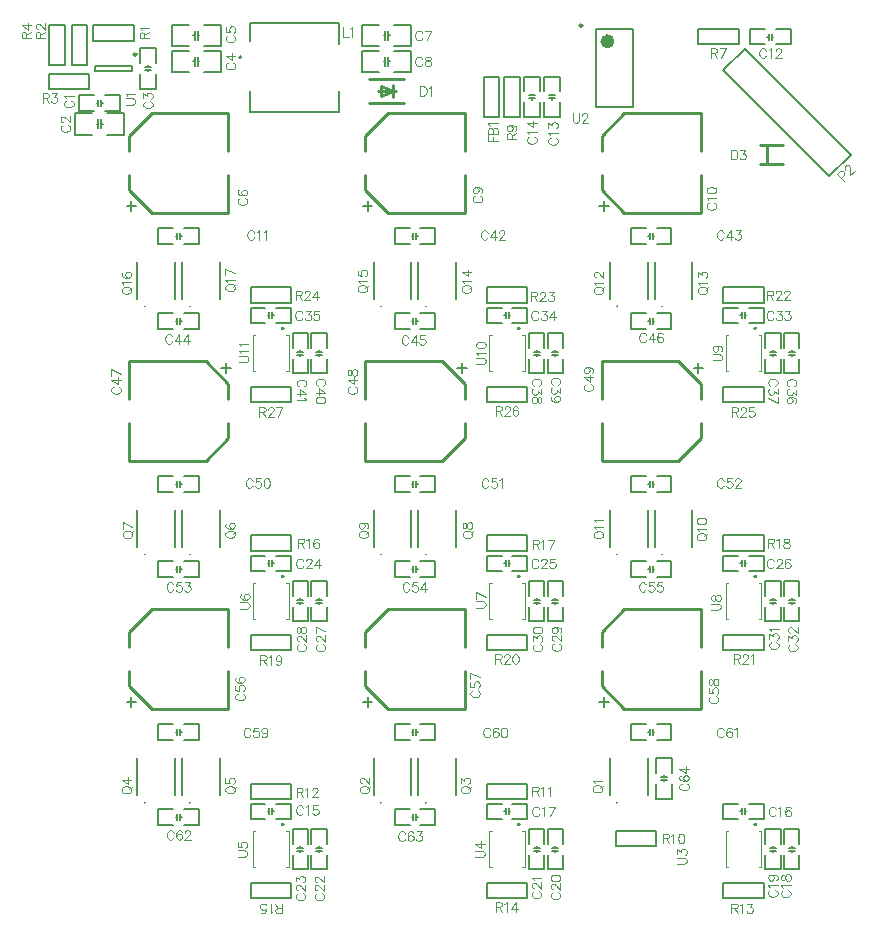
<source format=gto>
G04*
G04 #@! TF.GenerationSoftware,Altium Limited,Altium Designer,23.3.1 (30)*
G04*
G04 Layer_Color=65535*
%FSLAX25Y25*%
%MOIN*%
G70*
G04*
G04 #@! TF.SameCoordinates,CC060F13-8039-4013-9EB4-17962B1888DE*
G04*
G04*
G04 #@! TF.FilePolarity,Positive*
G04*
G01*
G75*
%ADD10C,0.00787*%
%ADD11C,0.01181*%
%ADD12C,0.00984*%
%ADD13C,0.02362*%
%ADD14C,0.01000*%
%ADD15C,0.00800*%
%ADD16C,0.00600*%
%ADD17C,0.00400*%
%ADD18C,0.00394*%
%ADD19C,0.00492*%
D10*
X99606Y299803D02*
G03*
X99606Y299803I-394J0D01*
G01*
X225000Y51378D02*
G03*
X225000Y51378I-197J0D01*
G01*
X146260D02*
G03*
X146260Y51378I-197J0D01*
G01*
X161221D02*
G03*
X161221Y51378I-197J0D01*
G01*
X67520D02*
G03*
X67520Y51378I-197J0D01*
G01*
X82480D02*
G03*
X82480Y51378I-197J0D01*
G01*
Y134055D02*
G03*
X82480Y134055I-197J0D01*
G01*
X67520D02*
G03*
X67520Y134055I-197J0D01*
G01*
X161221D02*
G03*
X161221Y134055I-197J0D01*
G01*
X146260D02*
G03*
X146260Y134055I-197J0D01*
G01*
X239961D02*
G03*
X239961Y134055I-197J0D01*
G01*
X225000D02*
G03*
X225000Y134055I-197J0D01*
G01*
Y216733D02*
G03*
X225000Y216733I-197J0D01*
G01*
X239961D02*
G03*
X239961Y216733I-197J0D01*
G01*
X146260D02*
G03*
X146260Y216733I-197J0D01*
G01*
X161221D02*
G03*
X161221Y216733I-197J0D01*
G01*
X67520D02*
G03*
X67520Y216733I-197J0D01*
G01*
X82480D02*
G03*
X82480Y216733I-197J0D01*
G01*
X102559Y281693D02*
Y288583D01*
Y281693D02*
Y288583D01*
Y281693D02*
X132087D01*
X102559D02*
X132087D01*
Y288583D01*
Y281693D02*
Y288583D01*
Y304331D02*
Y311221D01*
Y304331D02*
Y311221D01*
X102559D02*
X132087D01*
X102559D02*
X132087D01*
X102559Y305315D02*
Y311221D01*
Y305315D02*
Y311221D01*
X222441Y53937D02*
Y66142D01*
X235039Y53937D02*
Y66142D01*
X295638Y260283D02*
X302709Y267354D01*
X260283Y295638D02*
X295638Y260283D01*
X267354Y302709D02*
X302709Y267354D01*
X260283Y295638D02*
X267354Y302709D01*
X143701Y53937D02*
Y66142D01*
X156299Y53937D02*
Y66142D01*
X171260Y53937D02*
Y66142D01*
X158661Y53937D02*
Y66142D01*
X64961Y53937D02*
Y66142D01*
X77559Y53937D02*
Y66142D01*
X92520Y53937D02*
Y66142D01*
X79921Y53937D02*
Y66142D01*
Y136614D02*
Y148819D01*
X92520Y136614D02*
Y148819D01*
X77559Y136614D02*
Y148819D01*
X64961Y136614D02*
Y148819D01*
X158661Y136614D02*
Y148819D01*
X171260Y136614D02*
Y148819D01*
X156299Y136614D02*
Y148819D01*
X143701Y136614D02*
Y148819D01*
X237402Y136614D02*
Y148819D01*
X250000Y136614D02*
Y148819D01*
X235039Y136614D02*
Y148819D01*
X222441Y136614D02*
Y148819D01*
Y219291D02*
Y231496D01*
X235039Y219291D02*
Y231496D01*
X250000Y219291D02*
Y231496D01*
X237402Y219291D02*
Y231496D01*
X143701Y219291D02*
Y231496D01*
X156299Y219291D02*
Y231496D01*
X171260Y219291D02*
Y231496D01*
X158661Y219291D02*
Y231496D01*
X64961Y219291D02*
Y231496D01*
X77559Y219291D02*
Y231496D01*
X92520Y219291D02*
Y231496D01*
X79921Y219291D02*
Y231496D01*
X220488Y83268D02*
Y86417D01*
X218898Y84842D02*
X222047D01*
X140157Y84842D02*
X143307D01*
X141748Y83268D02*
Y86417D01*
X218898Y250197D02*
X222047D01*
X220488Y248622D02*
Y251772D01*
X140157Y250197D02*
X143307D01*
X141748Y248622D02*
Y251772D01*
X61417Y250197D02*
X64567D01*
X63008Y248622D02*
Y251772D01*
X250394Y196260D02*
X253543D01*
X251953Y194685D02*
Y197835D01*
X171653Y196260D02*
X174803D01*
X173213Y194685D02*
Y197835D01*
X92913Y196260D02*
X96063D01*
X94472Y194685D02*
Y197835D01*
X61417Y84842D02*
X64567D01*
X63008Y83268D02*
Y86417D01*
X63189Y295079D02*
Y297047D01*
X50984Y295079D02*
Y297047D01*
X63189D01*
X50984Y295079D02*
X63189D01*
X217717Y283071D02*
Y309055D01*
X230315D02*
X230315Y283071D01*
X217717Y309055D02*
X230315D01*
X217717Y283071D02*
X230315D01*
D11*
X270905Y44094D02*
G03*
X270905Y44094I-39J0D01*
G01*
X113427Y126772D02*
G03*
X113427Y126772I-39J0D01*
G01*
X192165Y44094D02*
G03*
X192165Y44094I-39J0D01*
G01*
X270905Y209449D02*
G03*
X270905Y209449I-39J0D01*
G01*
X192165D02*
G03*
X192165Y209449I-39J0D01*
G01*
X113427D02*
G03*
X113427Y209449I-39J0D01*
G01*
X270905Y126772D02*
G03*
X270905Y126772I-39J0D01*
G01*
X192165D02*
G03*
X192165Y126772I-39J0D01*
G01*
X113427Y44094D02*
G03*
X113427Y44094I-39J0D01*
G01*
D12*
X64665Y300787D02*
G03*
X64665Y300787I-492J0D01*
G01*
X213287Y310433D02*
G03*
X213287Y310433I-492J0D01*
G01*
D13*
X222835Y305118D02*
G03*
X222835Y305118I-1181J0D01*
G01*
D14*
X146031Y290183D02*
X150031Y288583D01*
X146031Y286983D02*
Y290183D01*
Y286983D02*
X150031Y288583D01*
X145031D02*
X151031D01*
X150031Y286583D02*
Y290583D01*
X142126Y292520D02*
X153937D01*
X142126Y284646D02*
X153937D01*
X272441Y270472D02*
X280315D01*
X272441Y264173D02*
X280315D01*
X274995D02*
Y270472D01*
X219685Y103150D02*
Y108268D01*
Y90158D02*
Y95276D01*
X252756Y103150D02*
Y115748D01*
Y82677D02*
Y95276D01*
X219685Y108268D02*
X227165Y115748D01*
X252756D01*
X227165Y82677D02*
X252756D01*
X219685Y90158D02*
X227165Y82677D01*
X140945Y90158D02*
X148425Y82677D01*
X174016D01*
X148425Y115748D02*
X174016D01*
X140945Y108268D02*
X148425Y115748D01*
X174016Y82677D02*
Y95276D01*
Y103150D02*
Y115748D01*
X140945Y90158D02*
Y95276D01*
Y103150D02*
Y108268D01*
X219685Y255512D02*
X227165Y248031D01*
X252756D01*
X227165Y281102D02*
X252756D01*
X219685Y273622D02*
X227165Y281102D01*
X252756Y248031D02*
Y260630D01*
Y268504D02*
Y281102D01*
X219685Y255512D02*
Y260630D01*
Y268504D02*
Y273622D01*
X140945Y255512D02*
X148425Y248031D01*
X174016D01*
X148425Y281102D02*
X174016D01*
X140945Y273622D02*
X148425Y281102D01*
X174016Y248031D02*
Y260630D01*
Y268504D02*
Y281102D01*
X140945Y255512D02*
Y260630D01*
Y268504D02*
Y273622D01*
X62205Y255512D02*
X69685Y248031D01*
X95276D01*
X69685Y281102D02*
X95276D01*
X62205Y273622D02*
X69685Y281102D01*
X95276Y248031D02*
Y260630D01*
Y268504D02*
Y281102D01*
X62205Y255512D02*
Y260630D01*
Y268504D02*
Y273622D01*
X245276Y198425D02*
X252756Y190945D01*
X219685Y198425D02*
X245276D01*
X219685Y165354D02*
X245276D01*
X252756Y172835D01*
X219685Y185827D02*
Y198425D01*
Y165354D02*
Y177953D01*
X252756Y185827D02*
Y190945D01*
Y172835D02*
Y177953D01*
X166535Y198425D02*
X174016Y190945D01*
X140945Y198425D02*
X166535D01*
X140945Y165354D02*
X166535D01*
X174016Y172835D01*
X140945Y185827D02*
Y198425D01*
Y165354D02*
Y177953D01*
X174016Y185827D02*
Y190945D01*
Y172835D02*
Y177953D01*
X87795Y198425D02*
X95276Y190945D01*
X62205Y198425D02*
X87795D01*
X62205Y165354D02*
X87795D01*
X95276Y172835D01*
X62205Y185827D02*
Y198425D01*
Y165354D02*
Y177953D01*
X95276Y185827D02*
Y190945D01*
Y172835D02*
Y177953D01*
X62205Y90158D02*
X69685Y82677D01*
X95276D01*
X69685Y115748D02*
X95276D01*
X62205Y108268D02*
X69685Y115748D01*
X95276Y82677D02*
Y95276D01*
Y103150D02*
Y115748D01*
X62205Y90158D02*
Y95276D01*
Y103150D02*
Y108268D01*
D15*
X150432Y294825D02*
X156131D01*
X150432Y302025D02*
X156131D01*
X139931Y294825D02*
X145632D01*
X139931Y302025D02*
X145632D01*
X156131Y294825D02*
Y302025D01*
X139931Y294825D02*
Y302025D01*
X150432Y303487D02*
X156131D01*
X150432Y310687D02*
X156131D01*
X139931Y303487D02*
X145632D01*
X139931Y310687D02*
X145632D01*
X156131Y303487D02*
Y310687D01*
X139931Y303487D02*
Y310687D01*
X87046Y294825D02*
X92746D01*
X87046Y302025D02*
X92746D01*
X76546Y294825D02*
X82246D01*
X76546Y302025D02*
X82246D01*
X92746Y294825D02*
Y302025D01*
X76546Y294825D02*
Y302025D01*
X87046Y303487D02*
X92746D01*
X87046Y310687D02*
X92746D01*
X76546Y303487D02*
X82246D01*
X76546Y310687D02*
X82246D01*
X92746Y303487D02*
Y310687D01*
X76546Y303487D02*
Y310687D01*
X269234Y304093D02*
Y309293D01*
X282734Y304093D02*
Y309293D01*
X277784Y304093D02*
X282734D01*
X277784Y309293D02*
X282734D01*
X269234Y304093D02*
X274184D01*
X269234Y309293D02*
X274184D01*
X251911Y304093D02*
X265411D01*
Y309293D01*
X251911D02*
X265411D01*
X251911Y304093D02*
Y309293D01*
X35376Y294332D02*
X48876D01*
X35376Y289132D02*
Y294332D01*
Y289132D02*
X48876D01*
Y294332D01*
X40789Y297187D02*
Y310687D01*
X35589D02*
X40789D01*
X35589Y297187D02*
Y310687D01*
Y297187D02*
X40789D01*
X237951Y52699D02*
X243151D01*
X237951Y66199D02*
X243151D01*
Y61249D02*
Y66199D01*
X237951Y61249D02*
Y66199D01*
X243151Y52699D02*
Y57649D01*
X237951Y52699D02*
Y57649D01*
X43069Y297187D02*
Y310687D01*
Y297187D02*
X48269D01*
Y310687D01*
X43069D02*
X48269D01*
X50337Y305274D02*
X63837D01*
Y310474D01*
X50337D02*
X63837D01*
X50337Y305274D02*
Y310474D01*
X187164Y279864D02*
Y293364D01*
Y279864D02*
X192364D01*
Y293364D01*
X187164D02*
X192364D01*
X274172Y111754D02*
Y116704D01*
X279372Y111754D02*
Y116704D01*
X274172Y120304D02*
Y125254D01*
X279372Y120304D02*
Y125254D01*
X274172D02*
X279372D01*
X274172Y111754D02*
X279372D01*
X280471D02*
Y116704D01*
X285671Y111754D02*
Y116704D01*
X280471Y120304D02*
Y125254D01*
X285671Y120304D02*
Y125254D01*
X280471D02*
X285671D01*
X280471Y111754D02*
X285671D01*
X80540Y43857D02*
X85490D01*
X80540Y49057D02*
X85490D01*
X71990Y43857D02*
X76940D01*
X71990Y49057D02*
X76940D01*
X71990Y43857D02*
Y49057D01*
X85490Y43857D02*
Y49057D01*
X274172Y29077D02*
X279372D01*
X274172Y42577D02*
X279372Y42577D01*
Y37627D02*
Y42577D01*
X274172Y37627D02*
Y42577D01*
X279372Y29077D02*
Y34027D01*
X274172Y29077D02*
X274172Y34027D01*
X280471Y29077D02*
X285671D01*
X280471Y42577D02*
X285671Y42577D01*
Y37627D02*
Y42577D01*
X280471Y37627D02*
Y42577D01*
X285671Y29077D02*
X285671Y34027D01*
X280471Y29077D02*
Y34027D01*
X80540Y126534D02*
X85490D01*
X80540Y131734D02*
X85490D01*
X71990Y126534D02*
X76940D01*
X71990Y131734D02*
X76940D01*
X71990Y126534D02*
Y131734D01*
X85490Y126534D02*
Y131734D01*
X159280Y126534D02*
X164230D01*
X159280Y131734D02*
X164230D01*
X150730Y126534D02*
X155680D01*
X150730Y131734D02*
X155680D01*
X150730Y126534D02*
Y131734D01*
X164230Y126534D02*
Y131734D01*
X195431Y29077D02*
X200631D01*
X195431Y42577D02*
X200631D01*
Y37627D02*
Y42577D01*
X195431Y37627D02*
Y42577D01*
X200631Y29077D02*
Y34027D01*
X195431Y29077D02*
Y34027D01*
X201731Y29077D02*
X206931D01*
X201731Y42577D02*
X206931D01*
Y37627D02*
Y42577D01*
X201731Y37627D02*
Y42577D01*
X206931Y29077D02*
Y34027D01*
X201731Y29077D02*
Y34027D01*
X181439Y24647D02*
X194939D01*
X181439Y19447D02*
Y24647D01*
Y19447D02*
X194939D01*
Y24647D01*
Y45825D02*
Y51025D01*
X181439Y45825D02*
Y51025D01*
X186389D01*
X181439Y45825D02*
X186389D01*
X189989Y51025D02*
X194939D01*
X189989Y45825D02*
X194939D01*
Y52518D02*
Y57718D01*
X181439Y52518D02*
X194939D01*
X181439D02*
Y57718D01*
X194939D01*
X116199Y19447D02*
Y24647D01*
X102699Y19447D02*
X116199D01*
X102699D02*
Y24647D01*
X116199D01*
X238020Y237558D02*
X242970D01*
X238020Y242758D02*
X242970D01*
X229470Y237558D02*
X234420D01*
X229470Y242758D02*
X234420D01*
X229470Y237558D02*
Y242758D01*
X242970Y237558D02*
Y242758D01*
X159280Y237558D02*
X164230D01*
X159280Y242758D02*
X164230D01*
X150730Y237558D02*
X155680D01*
X150730Y242758D02*
X155680D01*
X150730Y237558D02*
Y242758D01*
X164230Y237558D02*
Y242758D01*
X80540Y237558D02*
X85490D01*
X80540Y242758D02*
X85490D01*
X71990Y237558D02*
X76940D01*
X71990Y242758D02*
X76940D01*
X71990Y237558D02*
Y242758D01*
X85490Y237558D02*
Y242758D01*
X238020Y154880D02*
X242970D01*
X238020Y160080D02*
X242970D01*
X229470Y154880D02*
X234420D01*
X229470Y160080D02*
X234420D01*
X229470Y154880D02*
Y160080D01*
X242970Y154880D02*
Y160080D01*
X159280Y154880D02*
X164230D01*
X159280Y160080D02*
X164230D01*
X150730Y154880D02*
X155680D01*
X150730Y160080D02*
X155680D01*
X150730Y154880D02*
Y160080D01*
X164230Y154880D02*
Y160080D01*
X80540Y154880D02*
X85490D01*
X80540Y160080D02*
X85490D01*
X71990Y154880D02*
X76940D01*
X71990Y160080D02*
X76940D01*
X71990Y154880D02*
Y160080D01*
X85490Y154880D02*
Y160080D01*
X80540Y72203D02*
X85490D01*
X80540Y77403D02*
X85490D01*
X71990Y72203D02*
X76940D01*
X71990Y77403D02*
X76940D01*
X71990Y72203D02*
Y77403D01*
X85490Y72203D02*
Y77403D01*
X159280Y72203D02*
X164230D01*
X159280Y77403D02*
X164230D01*
X150730Y72203D02*
X155680D01*
X150730Y77403D02*
X155680D01*
X150730Y72203D02*
Y77403D01*
X164230Y72203D02*
Y77403D01*
X238020Y72203D02*
X242970D01*
X238020Y77403D02*
X242970D01*
X229470Y72203D02*
X234420D01*
X229470Y77403D02*
X234420D01*
X229470Y72203D02*
Y77403D01*
X242970Y72203D02*
Y77403D01*
X164230Y43857D02*
Y49057D01*
X150730Y43857D02*
Y49057D01*
X155680D01*
X150730Y43857D02*
X155680D01*
X159280Y49057D02*
X164230D01*
X159280Y43857D02*
X164230D01*
X237852Y36770D02*
Y41970D01*
X224352Y36770D02*
X237852D01*
X224352D02*
Y41970D01*
X237852D01*
X268729Y45825D02*
X273679D01*
X268729Y51025D02*
X273679D01*
X260179Y45825D02*
X265129D01*
X260179Y51025D02*
X265129D01*
X260179Y45825D02*
Y51025D01*
X273679Y45825D02*
Y51025D01*
Y19447D02*
Y24647D01*
X260179Y19447D02*
X273679D01*
X260179D02*
Y24647D01*
X273679D01*
X260179Y190002D02*
X273679D01*
X260179Y184802D02*
Y190002D01*
Y184802D02*
X273679D01*
Y190002D01*
X260179Y223072D02*
X273679D01*
X260179Y217872D02*
Y223072D01*
Y217872D02*
X273679D01*
Y223072D01*
Y211179D02*
Y216379D01*
X260179Y211179D02*
Y216379D01*
X265129D01*
X260179Y211179D02*
X265129D01*
X268729Y216379D02*
X273679D01*
X268729Y211179D02*
X273679D01*
X280471Y194431D02*
X285671D01*
X280471Y207931D02*
X285671D01*
Y202981D02*
Y207931D01*
X280471Y202981D02*
Y207931D01*
X285671Y194431D02*
Y199381D01*
X280471Y194431D02*
Y199381D01*
X274172Y194431D02*
X279372D01*
X274172Y207931D02*
X279372D01*
Y202981D02*
Y207931D01*
X274172Y202981D02*
Y207931D01*
X279372Y194431D02*
Y199381D01*
X274172Y194431D02*
Y199381D01*
X181439Y190002D02*
X194939D01*
X181439Y184802D02*
Y190002D01*
Y184802D02*
X194939D01*
Y190002D01*
X181439Y223072D02*
X194939D01*
X181439Y217872D02*
Y223072D01*
Y217872D02*
X194939D01*
Y223072D01*
X201731Y194431D02*
X206931D01*
X201731Y207931D02*
X206931D01*
Y202981D02*
Y207931D01*
X201731Y202981D02*
Y207931D01*
X206931Y194431D02*
Y199381D01*
X201731Y194431D02*
Y199381D01*
X194939Y211179D02*
Y216379D01*
X181439Y211179D02*
Y216379D01*
X186389D01*
X181439Y211179D02*
X186389D01*
X189989Y216379D02*
X194939D01*
X189989Y211179D02*
X194939D01*
X195431Y194431D02*
X200631D01*
X195431Y207931D02*
X200631D01*
Y202981D02*
Y207931D01*
X195431Y202981D02*
Y207931D01*
X200631Y194431D02*
Y199381D01*
X195431Y194431D02*
Y199381D01*
X260179Y140395D02*
X273679D01*
X260179Y135195D02*
Y140395D01*
Y135195D02*
X273679D01*
Y140395D01*
X260179Y107324D02*
X273679D01*
X260179Y102124D02*
Y107324D01*
Y102124D02*
X273679D01*
Y107324D01*
Y128502D02*
Y133702D01*
X260179Y128502D02*
Y133702D01*
X265129D01*
X260179Y128502D02*
X265129D01*
X268729Y133702D02*
X273679D01*
X268729Y128502D02*
X273679D01*
X102699Y190002D02*
X116199D01*
X102699Y184802D02*
Y190002D01*
Y184802D02*
X116199D01*
Y190002D01*
Y211179D02*
Y216379D01*
X102699Y211179D02*
Y216379D01*
X107649D01*
X102699Y211179D02*
X107649D01*
X111249Y216379D02*
X116199D01*
X111249Y211179D02*
X116199D01*
X102699Y223072D02*
X116199D01*
X102699Y217872D02*
Y223072D01*
Y217872D02*
X116199D01*
Y223072D01*
X122991Y194431D02*
X128191D01*
X122991Y207931D02*
X128191D01*
Y202981D02*
Y207931D01*
X122991Y202981D02*
Y207931D01*
X128191Y194431D02*
Y199381D01*
X122991Y194431D02*
Y199381D01*
X116691Y194431D02*
X121891D01*
X116691Y207931D02*
X121891D01*
Y202981D02*
Y207931D01*
X116691Y202981D02*
Y207931D01*
X121891Y194431D02*
Y199381D01*
X116691Y194431D02*
Y199381D01*
X181439Y140395D02*
X194939D01*
X181439Y135195D02*
Y140395D01*
Y135195D02*
X194939D01*
Y140395D01*
X181439Y107324D02*
X194939D01*
X181439Y102124D02*
Y107324D01*
Y102124D02*
X194939D01*
Y107324D01*
Y128502D02*
Y133702D01*
X181439Y128502D02*
Y133702D01*
X186389D01*
X181439Y128502D02*
X186389D01*
X189989Y133702D02*
X194939D01*
X189989Y128502D02*
X194939D01*
X201731Y111754D02*
X206931D01*
X201731Y125254D02*
X206931D01*
Y120304D02*
Y125254D01*
X201731Y120304D02*
Y125254D01*
X206931Y111754D02*
Y116704D01*
X201731Y111754D02*
Y116704D01*
X195431Y111754D02*
X200631D01*
X195431Y125254D02*
X200631D01*
Y120304D02*
Y125254D01*
X195431Y120304D02*
Y125254D01*
X200631Y111754D02*
Y116704D01*
X195431Y111754D02*
Y116704D01*
X102699Y107324D02*
X116199D01*
X102699Y102124D02*
Y107324D01*
Y102124D02*
X116199D01*
Y107324D01*
Y128502D02*
Y133702D01*
X102699Y128502D02*
Y133702D01*
X107649D01*
X102699Y128502D02*
X107649D01*
X111249Y133702D02*
X116199D01*
X111249Y128502D02*
X116199D01*
X102699Y140395D02*
X116199D01*
X102699Y135195D02*
Y140395D01*
Y135195D02*
X116199D01*
Y140395D01*
X122991Y111754D02*
X128191D01*
X122991Y125254D02*
X128191D01*
Y120304D02*
Y125254D01*
X122991Y120304D02*
Y125254D01*
X128191Y111754D02*
Y116704D01*
X122991Y111754D02*
Y116704D01*
X116691Y111754D02*
X121891D01*
X116691Y125254D02*
X121891D01*
Y120304D02*
Y125254D01*
X116691Y120304D02*
Y125254D01*
X121891Y111754D02*
Y116704D01*
X116691Y111754D02*
Y116704D01*
X102700Y57718D02*
X116200D01*
X102700Y52518D02*
Y57718D01*
Y52518D02*
X116200D01*
Y57718D01*
Y45825D02*
Y51025D01*
X102700Y45825D02*
Y51025D01*
X107650D01*
X102700Y45825D02*
X107650D01*
X111250Y51025D02*
X116200D01*
X111250Y45825D02*
X116200D01*
X116693Y29077D02*
X121893D01*
X116693Y42577D02*
X121893D01*
Y37627D02*
Y42577D01*
X116693Y37627D02*
Y42577D01*
X121893Y29077D02*
Y34027D01*
X116693Y29077D02*
Y34027D01*
X122992Y29077D02*
X128192D01*
X122992Y42577D02*
X128192D01*
Y37627D02*
Y42577D01*
X122992Y37627D02*
Y42577D01*
X128192Y29077D02*
Y34027D01*
X122992Y29077D02*
Y34027D01*
X180471Y279864D02*
X185671D01*
X180471D02*
Y293364D01*
X185671D01*
Y279864D02*
Y293364D01*
X193857Y279864D02*
X199057D01*
X193857Y293364D02*
X199057D01*
Y288414D02*
Y293364D01*
X193857Y288414D02*
Y293364D01*
X199057Y279864D02*
Y284814D01*
X193857Y279864D02*
Y284814D01*
X200550Y279864D02*
X205750D01*
X200550Y293364D02*
X205750D01*
Y288414D02*
Y293364D01*
X200550Y288414D02*
Y293364D01*
X205750Y279864D02*
Y284814D01*
X200550Y279864D02*
Y284814D01*
X65904Y289313D02*
X71104D01*
X65904Y302813D02*
X71104D01*
Y297863D02*
Y302813D01*
X65904Y297863D02*
Y302813D01*
X71104Y289313D02*
Y294263D01*
X65904Y289313D02*
Y294263D01*
X44262Y273959D02*
Y281159D01*
X60462Y273959D02*
Y281159D01*
X44262D02*
X49962D01*
X44262Y273959D02*
X49962D01*
X54762Y281159D02*
X60462D01*
X54762Y273959D02*
X60462D01*
X59112Y282046D02*
Y287246D01*
X45612Y282046D02*
Y287246D01*
X50562D01*
X45612Y282046D02*
X50562D01*
X54162Y287246D02*
X59112D01*
X54162Y282046D02*
X59112D01*
X85490Y209211D02*
Y214411D01*
X71990Y209211D02*
Y214411D01*
X76940D01*
X71990Y209211D02*
X76940D01*
X80540Y214411D02*
X85490D01*
X80540Y209211D02*
X85490D01*
X164230D02*
Y214411D01*
X150730Y209211D02*
Y214411D01*
X155680D01*
X150730Y209211D02*
X155680D01*
X159280Y214411D02*
X164230D01*
X159280Y209211D02*
X164230D01*
X242970D02*
Y214411D01*
X229470Y209211D02*
Y214411D01*
X234420D01*
X229470Y209211D02*
X234420D01*
X238020Y214411D02*
X242970D01*
X238020Y209211D02*
X242970D01*
Y126534D02*
Y131734D01*
X229470Y126534D02*
Y131734D01*
X234420D01*
X229470Y126534D02*
X234420D01*
X238020Y131734D02*
X242970D01*
X238020Y126534D02*
X242970D01*
D16*
X147531Y296925D02*
Y299925D01*
X148531Y296925D02*
Y299925D01*
Y298425D02*
X149031D01*
X147031D02*
X147531D01*
Y305587D02*
Y308587D01*
X148531Y305587D02*
Y308587D01*
Y307087D02*
X149031D01*
X147031D02*
X147531D01*
X84146Y296925D02*
Y299925D01*
X85146Y296925D02*
Y299925D01*
Y298425D02*
X85646D01*
X83646D02*
X84146D01*
Y305587D02*
Y308587D01*
X85146Y305587D02*
Y308587D01*
Y307087D02*
X85646D01*
X83646D02*
X84146D01*
X276484Y306693D02*
X276984D01*
X274984D02*
X275484D01*
Y305693D02*
Y307693D01*
X276484Y305693D02*
Y307693D01*
X240551Y59949D02*
Y60449D01*
Y58449D02*
Y58949D01*
X239551D02*
X241551D01*
X239551Y59949D02*
X241551D01*
X275772Y119004D02*
X277772D01*
X275772Y118004D02*
X277772D01*
X276772Y117504D02*
Y118004D01*
Y119004D02*
Y119504D01*
X282071Y119004D02*
X284071D01*
X282071Y118004D02*
X284071D01*
X283071Y117504D02*
Y118004D01*
Y119004D02*
Y119504D01*
X78240Y45457D02*
Y47457D01*
X79240Y45457D02*
Y47457D01*
Y46457D02*
X79740D01*
X77740D02*
X78240D01*
X276772Y36327D02*
Y36827D01*
Y34827D02*
Y35327D01*
X275772Y35327D02*
X277772D01*
X275772Y36327D02*
X277772D01*
X283071D02*
Y36827D01*
Y34827D02*
Y35327D01*
X282071D02*
X284071Y35327D01*
X282071Y36327D02*
X284071D01*
X78240Y128134D02*
Y130134D01*
X79240Y128134D02*
Y130134D01*
Y129134D02*
X79740D01*
X77740D02*
X78240D01*
X156980Y128134D02*
Y130134D01*
X157980Y128134D02*
Y130134D01*
Y129134D02*
X158480D01*
X156480D02*
X156980D01*
X198031Y36327D02*
Y36827D01*
Y34827D02*
Y35327D01*
X197031D02*
X199031D01*
X197031Y36327D02*
X199031D01*
X204331D02*
Y36827D01*
Y34827D02*
Y35327D01*
X203331D02*
X205331D01*
X203331Y36327D02*
X205331D01*
X187189Y48425D02*
X187689D01*
X188689D02*
X189189D01*
X188689Y47425D02*
Y49425D01*
X187689Y47425D02*
Y49425D01*
X235720Y239158D02*
Y241158D01*
X236720Y239158D02*
Y241158D01*
Y240158D02*
X237221D01*
X235221D02*
X235720D01*
X156980Y239158D02*
Y241158D01*
X157980Y239158D02*
Y241158D01*
Y240158D02*
X158480D01*
X156480D02*
X156980D01*
X78240Y239158D02*
Y241158D01*
X79240Y239158D02*
Y241158D01*
Y240158D02*
X79740D01*
X77740D02*
X78240D01*
X235720Y156480D02*
Y158480D01*
X236720Y156480D02*
Y158480D01*
Y157480D02*
X237221D01*
X235221D02*
X235720D01*
X156980Y156480D02*
Y158480D01*
X157980Y156480D02*
Y158480D01*
Y157480D02*
X158480D01*
X156480D02*
X156980D01*
X78240Y156480D02*
Y158480D01*
X79240Y156480D02*
Y158480D01*
Y157480D02*
X79740D01*
X77740D02*
X78240D01*
Y73803D02*
Y75803D01*
X79240Y73803D02*
Y75803D01*
Y74803D02*
X79740D01*
X77740D02*
X78240D01*
X156980Y73803D02*
Y75803D01*
X157980Y73803D02*
Y75803D01*
Y74803D02*
X158480D01*
X156480D02*
X156980D01*
X235720Y73803D02*
Y75803D01*
X236720Y73803D02*
Y75803D01*
Y74803D02*
X237221D01*
X235221D02*
X235720D01*
X156480Y46457D02*
X156980D01*
X157980D02*
X158480D01*
X157980Y45457D02*
Y47457D01*
X156980Y45457D02*
Y47457D01*
X266429Y47425D02*
Y49425D01*
X267429Y47425D02*
Y49425D01*
Y48425D02*
X267929D01*
X265929D02*
X266429D01*
X265929Y213779D02*
X266429D01*
X267429D02*
X267929D01*
X267429Y212779D02*
Y214779D01*
X266429Y212779D02*
Y214779D01*
X283071Y201681D02*
Y202181D01*
Y200181D02*
Y200681D01*
X282071D02*
X284071D01*
X282071Y201681D02*
X284071D01*
X276772D02*
Y202181D01*
Y200181D02*
Y200681D01*
X275772D02*
X277772D01*
X275772Y201681D02*
X277772D01*
X204331D02*
Y202181D01*
Y200181D02*
Y200681D01*
X203331D02*
X205331D01*
X203331Y201681D02*
X205331D01*
X187189Y213779D02*
X187689D01*
X188689D02*
X189189D01*
X188689Y212779D02*
Y214779D01*
X187689Y212779D02*
Y214779D01*
X198031Y201681D02*
Y202181D01*
Y200181D02*
Y200681D01*
X197031D02*
X199031D01*
X197031Y201681D02*
X199031D01*
X265929Y131102D02*
X266429D01*
X267429D02*
X267929D01*
X267429Y130102D02*
Y132102D01*
X266429Y130102D02*
Y132102D01*
X108449Y213779D02*
X108949D01*
X109949D02*
X110449D01*
X109949Y212779D02*
Y214779D01*
X108949Y212779D02*
Y214779D01*
X125591Y201681D02*
Y202181D01*
Y200181D02*
Y200681D01*
X124591D02*
X126591D01*
X124591Y201681D02*
X126591D01*
X119291D02*
Y202181D01*
Y200181D02*
Y200681D01*
X118291D02*
X120291D01*
X118291Y201681D02*
X120291D01*
X187189Y131102D02*
X187689D01*
X188689D02*
X189189D01*
X188689Y130102D02*
Y132102D01*
X187689Y130102D02*
Y132102D01*
X204331Y119004D02*
Y119504D01*
Y117504D02*
Y118004D01*
X203331D02*
X205331D01*
X203331Y119004D02*
X205331D01*
X198031D02*
Y119504D01*
Y117504D02*
Y118004D01*
X197031D02*
X199031D01*
X197031Y119004D02*
X199031D01*
X108449Y131102D02*
X108949D01*
X109949D02*
X110449D01*
X109949Y130102D02*
Y132102D01*
X108949Y130102D02*
Y132102D01*
X125591Y119004D02*
Y119504D01*
Y117504D02*
Y118004D01*
X124591D02*
X126591D01*
X124591Y119004D02*
X126591D01*
X119291D02*
Y119504D01*
Y117504D02*
Y118004D01*
X118291D02*
X120291D01*
X118291Y119004D02*
X120291D01*
X108450Y48425D02*
X108950D01*
X109950D02*
X110450D01*
X109950Y47425D02*
Y49425D01*
X108950Y47425D02*
Y49425D01*
X119293Y36327D02*
Y36827D01*
Y34827D02*
Y35327D01*
X118293D02*
X120293D01*
X118293Y36327D02*
X120293D01*
X125592D02*
Y36827D01*
Y34827D02*
Y35327D01*
X124592D02*
X126592D01*
X124592Y36327D02*
X126592D01*
X196457Y287114D02*
Y287614D01*
Y285614D02*
Y286114D01*
X195457D02*
X197457D01*
X195457Y287114D02*
X197457D01*
X203150D02*
Y287614D01*
Y285614D02*
Y286114D01*
X202150D02*
X204150D01*
X202150Y287114D02*
X204150D01*
X68504Y296563D02*
Y297063D01*
Y295063D02*
Y295563D01*
X67504D02*
X69504D01*
X67504Y296563D02*
X69504D01*
X51362Y277559D02*
X51862D01*
X52862D02*
X53362D01*
X52862Y276059D02*
Y279059D01*
X51862Y276059D02*
Y279059D01*
X51362Y284646D02*
X51862D01*
X52862D02*
X53362D01*
X52862Y283646D02*
Y285646D01*
X51862Y283646D02*
Y285646D01*
X77740Y211811D02*
X78240D01*
X79240D02*
X79740D01*
X79240Y210811D02*
Y212811D01*
X78240Y210811D02*
Y212811D01*
X156480Y211811D02*
X156980D01*
X157980D02*
X158480D01*
X157980Y210811D02*
Y212811D01*
X156980Y210811D02*
Y212811D01*
X235221Y211811D02*
X235720D01*
X236720D02*
X237221D01*
X236720Y210811D02*
Y212811D01*
X235720Y210811D02*
Y212811D01*
X235221Y129134D02*
X235720D01*
X236720D02*
X237221D01*
X236720Y128134D02*
Y130134D01*
X235720Y128134D02*
Y130134D01*
D17*
X272835Y29921D02*
Y41732D01*
X272067Y29921D02*
X272835D01*
X272067Y41732D02*
X272835D01*
X115356Y112598D02*
Y124409D01*
X114588Y112598D02*
X115356D01*
X114588Y124409D02*
X115356D01*
X193327Y41732D02*
X194095D01*
X193327Y29921D02*
X194095D01*
Y41732D01*
X272067Y207087D02*
X272835D01*
X272067Y195276D02*
X272835D01*
Y207087D01*
X193327D02*
X194095D01*
X193327Y195276D02*
X194095D01*
Y207087D01*
X114588D02*
X115356D01*
X114588Y195276D02*
X115356D01*
Y207087D01*
X272067Y124409D02*
X272835D01*
X272067Y112598D02*
X272835D01*
Y124409D01*
X193327D02*
X194095D01*
X193327Y112598D02*
X194095D01*
Y124409D01*
X114588Y41732D02*
X115356D01*
X114588Y29921D02*
X115356D01*
Y41732D01*
D18*
X261024Y29921D02*
Y41732D01*
Y29921D02*
X261791D01*
X261024Y41732D02*
X261791D01*
X103545Y112598D02*
Y124409D01*
Y112598D02*
X104313D01*
X103545Y124409D02*
X104313D01*
X182283Y41732D02*
X183051D01*
X182283Y29921D02*
X183051D01*
X182283D02*
Y41732D01*
X261024Y207087D02*
X261791D01*
X261024Y195276D02*
X261791D01*
X261024D02*
Y207087D01*
X182283D02*
X183051D01*
X182283Y195276D02*
X183051D01*
X182283D02*
Y207087D01*
X103545D02*
X104313D01*
X103545Y195276D02*
X104313D01*
X103545D02*
Y207087D01*
X261024Y124409D02*
X261791D01*
X261024Y112598D02*
X261791D01*
X261024D02*
Y124409D01*
X182283D02*
X183051D01*
X182283Y112598D02*
X183051D01*
X182283D02*
Y124409D01*
X103545Y41732D02*
X104313D01*
X103545Y29921D02*
X104313D01*
X103545D02*
Y41732D01*
D19*
X244882Y30930D02*
X247131D01*
X247581Y31080D01*
X247881Y31380D01*
X248031Y31830D01*
Y32130D01*
X247881Y32580D01*
X247581Y32880D01*
X247131Y33030D01*
X244882D01*
Y34199D02*
Y35849D01*
X246082Y34949D01*
Y35399D01*
X246232Y35699D01*
X246382Y35849D01*
X246832Y35999D01*
X247131D01*
X247581Y35849D01*
X247881Y35549D01*
X248031Y35099D01*
Y34649D01*
X247881Y34199D01*
X247731Y34049D01*
X247431Y33899D01*
X133592Y309842D02*
Y306693D01*
X135392D01*
X135737Y309242D02*
X136037Y309392D01*
X136486Y309842D01*
Y306693D01*
X103877Y241376D02*
X103727Y241676D01*
X103427Y241976D01*
X103127Y242126D01*
X102528D01*
X102228Y241976D01*
X101928Y241676D01*
X101778Y241376D01*
X101628Y240926D01*
Y240176D01*
X101778Y239726D01*
X101928Y239427D01*
X102228Y239127D01*
X102528Y238977D01*
X103127D01*
X103427Y239127D01*
X103727Y239427D01*
X103877Y239726D01*
X104762Y241526D02*
X105062Y241676D01*
X105512Y242126D01*
Y238977D01*
X107071Y241526D02*
X107371Y241676D01*
X107821Y242126D01*
Y238977D01*
X181695Y241376D02*
X181545Y241676D01*
X181245Y241976D01*
X180945Y242126D01*
X180346D01*
X180046Y241976D01*
X179746Y241676D01*
X179596Y241376D01*
X179446Y240926D01*
Y240176D01*
X179596Y239726D01*
X179746Y239427D01*
X180046Y239127D01*
X180346Y238977D01*
X180945D01*
X181245Y239127D01*
X181545Y239427D01*
X181695Y239726D01*
X184079Y242126D02*
X182580Y240026D01*
X184829D01*
X184079Y242126D02*
Y238977D01*
X185534Y241376D02*
Y241526D01*
X185684Y241826D01*
X185834Y241976D01*
X186134Y242126D01*
X186733D01*
X187033Y241976D01*
X187183Y241826D01*
X187333Y241526D01*
Y241226D01*
X187183Y240926D01*
X186883Y240476D01*
X185384Y238977D01*
X187483D01*
X260435Y241376D02*
X260285Y241676D01*
X259985Y241976D01*
X259686Y242126D01*
X259086D01*
X258786Y241976D01*
X258486Y241676D01*
X258336Y241376D01*
X258186Y240926D01*
Y240176D01*
X258336Y239726D01*
X258486Y239427D01*
X258786Y239127D01*
X259086Y238977D01*
X259686D01*
X259985Y239127D01*
X260285Y239427D01*
X260435Y239726D01*
X262820Y242126D02*
X261320Y240026D01*
X263569D01*
X262820Y242126D02*
Y238977D01*
X264424Y242126D02*
X266073D01*
X265174Y240926D01*
X265624D01*
X265924Y240776D01*
X266073Y240626D01*
X266223Y240176D01*
Y239876D01*
X266073Y239427D01*
X265774Y239127D01*
X265324Y238977D01*
X264874D01*
X264424Y239127D01*
X264274Y239277D01*
X264124Y239577D01*
X260435Y158699D02*
X260285Y158999D01*
X259985Y159299D01*
X259686Y159449D01*
X259086D01*
X258786Y159299D01*
X258486Y158999D01*
X258336Y158699D01*
X258186Y158249D01*
Y157499D01*
X258336Y157049D01*
X258486Y156749D01*
X258786Y156449D01*
X259086Y156299D01*
X259686D01*
X259985Y156449D01*
X260285Y156749D01*
X260435Y157049D01*
X263119Y159449D02*
X261620D01*
X261470Y158099D01*
X261620Y158249D01*
X262070Y158399D01*
X262520D01*
X262969Y158249D01*
X263269Y157949D01*
X263419Y157499D01*
Y157199D01*
X263269Y156749D01*
X262969Y156449D01*
X262520Y156299D01*
X262070D01*
X261620Y156449D01*
X261470Y156599D01*
X261320Y156899D01*
X264274Y158699D02*
Y158849D01*
X264424Y159149D01*
X264574Y159299D01*
X264874Y159449D01*
X265474D01*
X265774Y159299D01*
X265924Y159149D01*
X266073Y158849D01*
Y158549D01*
X265924Y158249D01*
X265624Y157799D01*
X264124Y156299D01*
X266223D01*
X181976Y158699D02*
X181826Y158999D01*
X181526Y159299D01*
X181227Y159449D01*
X180627D01*
X180327Y159299D01*
X180027Y158999D01*
X179877Y158699D01*
X179727Y158249D01*
Y157499D01*
X179877Y157049D01*
X180027Y156749D01*
X180327Y156449D01*
X180627Y156299D01*
X181227D01*
X181526Y156449D01*
X181826Y156749D01*
X181976Y157049D01*
X184660Y159449D02*
X183161D01*
X183011Y158099D01*
X183161Y158249D01*
X183611Y158399D01*
X184061D01*
X184510Y158249D01*
X184810Y157949D01*
X184960Y157499D01*
Y157199D01*
X184810Y156749D01*
X184510Y156449D01*
X184061Y156299D01*
X183611D01*
X183161Y156449D01*
X183011Y156599D01*
X182861Y156899D01*
X185665Y158849D02*
X185965Y158999D01*
X186415Y159449D01*
Y156299D01*
X103349Y158699D02*
X103199Y158999D01*
X102899Y159299D01*
X102599Y159449D01*
X101999D01*
X101699Y159299D01*
X101399Y158999D01*
X101249Y158699D01*
X101100Y158249D01*
Y157499D01*
X101249Y157049D01*
X101399Y156749D01*
X101699Y156449D01*
X101999Y156299D01*
X102599D01*
X102899Y156449D01*
X103199Y156749D01*
X103349Y157049D01*
X106033Y159449D02*
X104533D01*
X104383Y158099D01*
X104533Y158249D01*
X104983Y158399D01*
X105433D01*
X105883Y158249D01*
X106183Y157949D01*
X106333Y157499D01*
Y157199D01*
X106183Y156749D01*
X105883Y156449D01*
X105433Y156299D01*
X104983D01*
X104533Y156449D01*
X104383Y156599D01*
X104233Y156899D01*
X107937Y159449D02*
X107487Y159299D01*
X107187Y158849D01*
X107037Y158099D01*
Y157649D01*
X107187Y156899D01*
X107487Y156449D01*
X107937Y156299D01*
X108237D01*
X108687Y156449D01*
X108987Y156899D01*
X109137Y157649D01*
Y158099D01*
X108987Y158849D01*
X108687Y159299D01*
X108237Y159449D01*
X107937D01*
X102636Y75628D02*
X102486Y75928D01*
X102186Y76228D01*
X101886Y76378D01*
X101287D01*
X100987Y76228D01*
X100687Y75928D01*
X100537Y75628D01*
X100387Y75178D01*
Y74428D01*
X100537Y73978D01*
X100687Y73678D01*
X100987Y73379D01*
X101287Y73229D01*
X101886D01*
X102186Y73379D01*
X102486Y73678D01*
X102636Y73978D01*
X105320Y76378D02*
X103821D01*
X103671Y75028D01*
X103821Y75178D01*
X104271Y75328D01*
X104721D01*
X105170Y75178D01*
X105470Y74878D01*
X105620Y74428D01*
Y74128D01*
X105470Y73678D01*
X105170Y73379D01*
X104721Y73229D01*
X104271D01*
X103821Y73379D01*
X103671Y73529D01*
X103521Y73829D01*
X108274Y75328D02*
X108124Y74878D01*
X107825Y74578D01*
X107375Y74428D01*
X107225D01*
X106775Y74578D01*
X106475Y74878D01*
X106325Y75328D01*
Y75478D01*
X106475Y75928D01*
X106775Y76228D01*
X107225Y76378D01*
X107375D01*
X107825Y76228D01*
X108124Y75928D01*
X108274Y75328D01*
Y74578D01*
X108124Y73829D01*
X107825Y73379D01*
X107375Y73229D01*
X107075D01*
X106625Y73379D01*
X106475Y73678D01*
X182565Y75628D02*
X182415Y75928D01*
X182115Y76228D01*
X181815Y76378D01*
X181216D01*
X180916Y76228D01*
X180616Y75928D01*
X180466Y75628D01*
X180316Y75178D01*
Y74428D01*
X180466Y73978D01*
X180616Y73678D01*
X180916Y73379D01*
X181216Y73229D01*
X181815D01*
X182115Y73379D01*
X182415Y73678D01*
X182565Y73978D01*
X185249Y75928D02*
X185099Y76228D01*
X184649Y76378D01*
X184349D01*
X183900Y76228D01*
X183600Y75778D01*
X183450Y75028D01*
Y74278D01*
X183600Y73678D01*
X183900Y73379D01*
X184349Y73229D01*
X184499D01*
X184949Y73379D01*
X185249Y73678D01*
X185399Y74128D01*
Y74278D01*
X185249Y74728D01*
X184949Y75028D01*
X184499Y75178D01*
X184349D01*
X183900Y75028D01*
X183600Y74728D01*
X183450Y74278D01*
X186989Y76378D02*
X186539Y76228D01*
X186239Y75778D01*
X186089Y75028D01*
Y74578D01*
X186239Y73829D01*
X186539Y73379D01*
X186989Y73229D01*
X187288D01*
X187738Y73379D01*
X188038Y73829D01*
X188188Y74578D01*
Y75028D01*
X188038Y75778D01*
X187738Y76228D01*
X187288Y76378D01*
X186989D01*
X260405Y75628D02*
X260255Y75928D01*
X259955Y76228D01*
X259655Y76378D01*
X259056D01*
X258756Y76228D01*
X258456Y75928D01*
X258306Y75628D01*
X258156Y75178D01*
Y74428D01*
X258306Y73978D01*
X258456Y73678D01*
X258756Y73379D01*
X259056Y73229D01*
X259655D01*
X259955Y73379D01*
X260255Y73678D01*
X260405Y73978D01*
X263089Y75928D02*
X262939Y76228D01*
X262489Y76378D01*
X262190D01*
X261740Y76228D01*
X261440Y75778D01*
X261290Y75028D01*
Y74278D01*
X261440Y73678D01*
X261740Y73379D01*
X262190Y73229D01*
X262339D01*
X262789Y73379D01*
X263089Y73678D01*
X263239Y74128D01*
Y74278D01*
X263089Y74728D01*
X262789Y75028D01*
X262339Y75178D01*
X262190D01*
X261740Y75028D01*
X261440Y74728D01*
X261290Y74278D01*
X263929Y75778D02*
X264229Y75928D01*
X264679Y76378D01*
Y73229D01*
X256262Y86813D02*
X255962Y86663D01*
X255662Y86363D01*
X255512Y86063D01*
Y85464D01*
X255662Y85164D01*
X255962Y84864D01*
X256262Y84714D01*
X256712Y84564D01*
X257462D01*
X257911Y84714D01*
X258211Y84864D01*
X258511Y85164D01*
X258661Y85464D01*
Y86063D01*
X258511Y86363D01*
X258211Y86663D01*
X257911Y86813D01*
X255512Y89497D02*
Y87998D01*
X256862Y87848D01*
X256712Y87998D01*
X256562Y88448D01*
Y88898D01*
X256712Y89347D01*
X257012Y89647D01*
X257462Y89797D01*
X257761D01*
X258211Y89647D01*
X258511Y89347D01*
X258661Y88898D01*
Y88448D01*
X258511Y87998D01*
X258361Y87848D01*
X258061Y87698D01*
X255512Y91252D02*
X255662Y90802D01*
X255962Y90652D01*
X256262D01*
X256562Y90802D01*
X256712Y91102D01*
X256862Y91702D01*
X257012Y92151D01*
X257312Y92451D01*
X257611Y92601D01*
X258061D01*
X258361Y92451D01*
X258511Y92301D01*
X258661Y91852D01*
Y91252D01*
X258511Y90802D01*
X258361Y90652D01*
X258061Y90502D01*
X257611D01*
X257312Y90652D01*
X257012Y90952D01*
X256862Y91402D01*
X256712Y92001D01*
X256562Y92301D01*
X256262Y92451D01*
X255962D01*
X255662Y92301D01*
X255512Y91852D01*
Y91252D01*
X76502Y206730D02*
X76352Y207030D01*
X76052Y207330D01*
X75752Y207480D01*
X75152D01*
X74853Y207330D01*
X74553Y207030D01*
X74403Y206730D01*
X74253Y206280D01*
Y205531D01*
X74403Y205081D01*
X74553Y204781D01*
X74853Y204481D01*
X75152Y204331D01*
X75752D01*
X76052Y204481D01*
X76352Y204781D01*
X76502Y205081D01*
X78886Y207480D02*
X77387Y205381D01*
X79636D01*
X78886Y207480D02*
Y204331D01*
X81690Y207480D02*
X80191Y205381D01*
X82440D01*
X81690Y207480D02*
Y204331D01*
X155317Y206336D02*
X155167Y206636D01*
X154867Y206936D01*
X154568Y207086D01*
X153968D01*
X153668Y206936D01*
X153368Y206636D01*
X153218Y206336D01*
X153068Y205887D01*
Y205137D01*
X153218Y204687D01*
X153368Y204387D01*
X153668Y204087D01*
X153968Y203937D01*
X154568D01*
X154867Y204087D01*
X155167Y204387D01*
X155317Y204687D01*
X157701Y207086D02*
X156202Y204987D01*
X158451D01*
X157701Y207086D02*
Y203937D01*
X160805Y207086D02*
X159306D01*
X159156Y205737D01*
X159306Y205887D01*
X159756Y206037D01*
X160205D01*
X160655Y205887D01*
X160955Y205587D01*
X161105Y205137D01*
Y204837D01*
X160955Y204387D01*
X160655Y204087D01*
X160205Y203937D01*
X159756D01*
X159306Y204087D01*
X159156Y204237D01*
X159006Y204537D01*
X234526Y207124D02*
X234376Y207424D01*
X234076Y207724D01*
X233776Y207874D01*
X233176D01*
X232877Y207724D01*
X232577Y207424D01*
X232427Y207124D01*
X232277Y206674D01*
Y205924D01*
X232427Y205474D01*
X232577Y205175D01*
X232877Y204875D01*
X233176Y204725D01*
X233776D01*
X234076Y204875D01*
X234376Y205175D01*
X234526Y205474D01*
X236910Y207874D02*
X235411Y205774D01*
X237660D01*
X236910Y207874D02*
Y204725D01*
X240014Y207424D02*
X239864Y207724D01*
X239414Y207874D01*
X239114D01*
X238665Y207724D01*
X238365Y207274D01*
X238215Y206524D01*
Y205774D01*
X238365Y205175D01*
X238665Y204875D01*
X239114Y204725D01*
X239264D01*
X239714Y204875D01*
X240014Y205175D01*
X240164Y205624D01*
Y205774D01*
X240014Y206224D01*
X239714Y206524D01*
X239264Y206674D01*
X239114D01*
X238665Y206524D01*
X238365Y206224D01*
X238215Y205774D01*
X234451Y124053D02*
X234301Y124353D01*
X234001Y124653D01*
X233701Y124803D01*
X233102D01*
X232802Y124653D01*
X232502Y124353D01*
X232352Y124053D01*
X232202Y123603D01*
Y122854D01*
X232352Y122404D01*
X232502Y122104D01*
X232802Y121804D01*
X233102Y121654D01*
X233701D01*
X234001Y121804D01*
X234301Y122104D01*
X234451Y122404D01*
X237135Y124803D02*
X235636D01*
X235486Y123453D01*
X235636Y123603D01*
X236086Y123753D01*
X236535D01*
X236985Y123603D01*
X237285Y123303D01*
X237435Y122854D01*
Y122554D01*
X237285Y122104D01*
X236985Y121804D01*
X236535Y121654D01*
X236086D01*
X235636Y121804D01*
X235486Y121954D01*
X235336Y122254D01*
X239939Y124803D02*
X238440D01*
X238290Y123453D01*
X238440Y123603D01*
X238890Y123753D01*
X239339D01*
X239789Y123603D01*
X240089Y123303D01*
X240239Y122854D01*
Y122554D01*
X240089Y122104D01*
X239789Y121804D01*
X239339Y121654D01*
X238890D01*
X238440Y121804D01*
X238290Y121954D01*
X238140Y122254D01*
X155636Y124053D02*
X155486Y124353D01*
X155186Y124653D01*
X154886Y124803D01*
X154286D01*
X153987Y124653D01*
X153687Y124353D01*
X153537Y124053D01*
X153387Y123603D01*
Y122854D01*
X153537Y122404D01*
X153687Y122104D01*
X153987Y121804D01*
X154286Y121654D01*
X154886D01*
X155186Y121804D01*
X155486Y122104D01*
X155636Y122404D01*
X158320Y124803D02*
X156821D01*
X156671Y123453D01*
X156821Y123603D01*
X157270Y123753D01*
X157720D01*
X158170Y123603D01*
X158470Y123303D01*
X158620Y122854D01*
Y122554D01*
X158470Y122104D01*
X158170Y121804D01*
X157720Y121654D01*
X157270D01*
X156821Y121804D01*
X156671Y121954D01*
X156521Y122254D01*
X160824Y124803D02*
X159325Y122704D01*
X161574D01*
X160824Y124803D02*
Y121654D01*
X76971Y124053D02*
X76821Y124353D01*
X76521Y124653D01*
X76221Y124803D01*
X75621D01*
X75321Y124653D01*
X75021Y124353D01*
X74871Y124053D01*
X74721Y123603D01*
Y122854D01*
X74871Y122404D01*
X75021Y122104D01*
X75321Y121804D01*
X75621Y121654D01*
X76221D01*
X76521Y121804D01*
X76821Y122104D01*
X76971Y122404D01*
X79655Y124803D02*
X78155D01*
X78005Y123453D01*
X78155Y123603D01*
X78605Y123753D01*
X79055D01*
X79505Y123603D01*
X79805Y123303D01*
X79955Y122854D01*
Y122554D01*
X79805Y122104D01*
X79505Y121804D01*
X79055Y121654D01*
X78605D01*
X78155Y121804D01*
X78005Y121954D01*
X77855Y122254D01*
X80959Y124803D02*
X82609D01*
X81709Y123603D01*
X82159D01*
X82459Y123453D01*
X82609Y123303D01*
X82759Y122854D01*
Y122554D01*
X82609Y122104D01*
X82309Y121804D01*
X81859Y121654D01*
X81409D01*
X80959Y121804D01*
X80809Y121954D01*
X80660Y122254D01*
X77053Y41376D02*
X76903Y41676D01*
X76603Y41976D01*
X76303Y42126D01*
X75704D01*
X75404Y41976D01*
X75104Y41676D01*
X74954Y41376D01*
X74804Y40926D01*
Y40176D01*
X74954Y39726D01*
X75104Y39427D01*
X75404Y39127D01*
X75704Y38977D01*
X76303D01*
X76603Y39127D01*
X76903Y39427D01*
X77053Y39726D01*
X79737Y41676D02*
X79587Y41976D01*
X79137Y42126D01*
X78838D01*
X78388Y41976D01*
X78088Y41526D01*
X77938Y40776D01*
Y40026D01*
X78088Y39427D01*
X78388Y39127D01*
X78838Y38977D01*
X78988D01*
X79437Y39127D01*
X79737Y39427D01*
X79887Y39876D01*
Y40026D01*
X79737Y40476D01*
X79437Y40776D01*
X78988Y40926D01*
X78838D01*
X78388Y40776D01*
X78088Y40476D01*
X77938Y40026D01*
X80727Y41376D02*
Y41526D01*
X80877Y41826D01*
X81027Y41976D01*
X81327Y42126D01*
X81927D01*
X82227Y41976D01*
X82376Y41826D01*
X82526Y41526D01*
Y41226D01*
X82376Y40926D01*
X82077Y40476D01*
X80577Y38977D01*
X82676D01*
X154219Y40982D02*
X154069Y41282D01*
X153769Y41582D01*
X153469Y41732D01*
X152869D01*
X152569Y41582D01*
X152269Y41282D01*
X152119Y40982D01*
X151969Y40532D01*
Y39783D01*
X152119Y39333D01*
X152269Y39033D01*
X152569Y38733D01*
X152869Y38583D01*
X153469D01*
X153769Y38733D01*
X154069Y39033D01*
X154219Y39333D01*
X156903Y41282D02*
X156753Y41582D01*
X156303Y41732D01*
X156003D01*
X155553Y41582D01*
X155253Y41132D01*
X155103Y40382D01*
Y39633D01*
X155253Y39033D01*
X155553Y38733D01*
X156003Y38583D01*
X156153D01*
X156603Y38733D01*
X156903Y39033D01*
X157053Y39483D01*
Y39633D01*
X156903Y40082D01*
X156603Y40382D01*
X156153Y40532D01*
X156003D01*
X155553Y40382D01*
X155253Y40082D01*
X155103Y39633D01*
X158042Y41732D02*
X159692D01*
X158792Y40532D01*
X159242D01*
X159542Y40382D01*
X159692Y40233D01*
X159842Y39783D01*
Y39483D01*
X159692Y39033D01*
X159392Y38733D01*
X158942Y38583D01*
X158492D01*
X158042Y38733D01*
X157892Y38883D01*
X157742Y39183D01*
X98819Y198167D02*
X101068D01*
X101518Y198317D01*
X101818Y198617D01*
X101968Y199067D01*
Y199367D01*
X101818Y199817D01*
X101518Y200116D01*
X101068Y200266D01*
X98819D01*
X99419Y201136D02*
X99269Y201436D01*
X98819Y201886D01*
X101968D01*
X99419Y203445D02*
X99269Y203745D01*
X98819Y204195D01*
X101968D01*
X177953Y197492D02*
X180202D01*
X180652Y197642D01*
X180952Y197942D01*
X181102Y198392D01*
Y198692D01*
X180952Y199142D01*
X180652Y199442D01*
X180202Y199592D01*
X177953D01*
X178553Y200461D02*
X178403Y200761D01*
X177953Y201211D01*
X181102D01*
X177953Y203670D02*
X178103Y203220D01*
X178553Y202921D01*
X179303Y202771D01*
X179753D01*
X180502Y202921D01*
X180952Y203220D01*
X181102Y203670D01*
Y203970D01*
X180952Y204420D01*
X180502Y204720D01*
X179753Y204870D01*
X179303D01*
X178553Y204720D01*
X178103Y204420D01*
X177953Y203970D01*
Y203670D01*
X256692Y198722D02*
X258941D01*
X259391Y198872D01*
X259691Y199172D01*
X259841Y199622D01*
Y199922D01*
X259691Y200371D01*
X259391Y200671D01*
X258941Y200821D01*
X256692D01*
X257741Y203640D02*
X258191Y203490D01*
X258491Y203190D01*
X258641Y202741D01*
Y202591D01*
X258491Y202141D01*
X258191Y201841D01*
X257741Y201691D01*
X257591D01*
X257142Y201841D01*
X256842Y202141D01*
X256692Y202591D01*
Y202741D01*
X256842Y203190D01*
X257142Y203490D01*
X257741Y203640D01*
X258491D01*
X259241Y203490D01*
X259691Y203190D01*
X259841Y202741D01*
Y202441D01*
X259691Y201991D01*
X259391Y201841D01*
X256298Y115576D02*
X258547D01*
X258997Y115726D01*
X259297Y116026D01*
X259447Y116476D01*
Y116776D01*
X259297Y117226D01*
X258997Y117525D01*
X258547Y117675D01*
X256298D01*
Y119295D02*
X256448Y118845D01*
X256748Y118695D01*
X257048D01*
X257348Y118845D01*
X257498Y119145D01*
X257648Y119745D01*
X257798Y120194D01*
X258097Y120494D01*
X258397Y120644D01*
X258847D01*
X259147Y120494D01*
X259297Y120344D01*
X259447Y119895D01*
Y119295D01*
X259297Y118845D01*
X259147Y118695D01*
X258847Y118545D01*
X258397D01*
X258097Y118695D01*
X257798Y118995D01*
X257648Y119445D01*
X257498Y120045D01*
X257348Y120344D01*
X257048Y120494D01*
X256748D01*
X256448Y120344D01*
X256298Y119895D01*
Y119295D01*
X177953Y116364D02*
X180202D01*
X180652Y116513D01*
X180952Y116813D01*
X181102Y117263D01*
Y117563D01*
X180952Y118013D01*
X180652Y118313D01*
X180202Y118463D01*
X177953D01*
Y121432D02*
X181102Y119932D01*
X177953Y119333D02*
Y121432D01*
X99214Y116045D02*
X101464D01*
X101913Y116195D01*
X102213Y116495D01*
X102363Y116945D01*
Y117244D01*
X102213Y117694D01*
X101913Y117994D01*
X101464Y118144D01*
X99214D01*
X99664Y120813D02*
X99364Y120663D01*
X99214Y120213D01*
Y119913D01*
X99364Y119464D01*
X99814Y119164D01*
X100564Y119014D01*
X101314D01*
X101913Y119164D01*
X102213Y119464D01*
X102363Y119913D01*
Y120063D01*
X102213Y120513D01*
X101913Y120813D01*
X101464Y120963D01*
X101314D01*
X100864Y120813D01*
X100564Y120513D01*
X100414Y120063D01*
Y119913D01*
X100564Y119464D01*
X100864Y119164D01*
X101314Y119014D01*
X98426Y33293D02*
X100675D01*
X101125Y33443D01*
X101425Y33742D01*
X101575Y34192D01*
Y34492D01*
X101425Y34942D01*
X101125Y35242D01*
X100675Y35392D01*
X98426D01*
Y38061D02*
Y36562D01*
X99775Y36412D01*
X99625Y36562D01*
X99475Y37011D01*
Y37461D01*
X99625Y37911D01*
X99925Y38211D01*
X100375Y38361D01*
X100675D01*
X101125Y38211D01*
X101425Y37911D01*
X101575Y37461D01*
Y37011D01*
X101425Y36562D01*
X101275Y36412D01*
X100975Y36262D01*
X177559Y33218D02*
X179809D01*
X180259Y33368D01*
X180558Y33667D01*
X180708Y34117D01*
Y34417D01*
X180558Y34867D01*
X180259Y35167D01*
X179809Y35317D01*
X177559D01*
Y37686D02*
X179659Y36187D01*
Y38436D01*
X177559Y37686D02*
X180708D01*
X210064Y281102D02*
Y278853D01*
X210214Y278403D01*
X210514Y278103D01*
X210964Y277953D01*
X211264D01*
X211714Y278103D01*
X212014Y278403D01*
X212164Y278853D01*
Y281102D01*
X213183Y280352D02*
Y280502D01*
X213333Y280802D01*
X213483Y280952D01*
X213783Y281102D01*
X214383D01*
X214683Y280952D01*
X214833Y280802D01*
X214983Y280502D01*
Y280202D01*
X214833Y279902D01*
X214533Y279453D01*
X213033Y277953D01*
X215133D01*
X61024Y283967D02*
X63273D01*
X63723Y284117D01*
X64023Y284417D01*
X64173Y284867D01*
Y285167D01*
X64023Y285617D01*
X63723Y285917D01*
X63273Y286067D01*
X61024D01*
X61624Y286936D02*
X61474Y287236D01*
X61024Y287686D01*
X64173D01*
X105595Y183071D02*
Y179922D01*
Y183071D02*
X106945D01*
X107395Y182921D01*
X107545Y182771D01*
X107694Y182471D01*
Y182171D01*
X107545Y181871D01*
X107395Y181721D01*
X106945Y181571D01*
X105595D01*
X106645D02*
X107694Y179922D01*
X108549Y182321D02*
Y182471D01*
X108699Y182771D01*
X108849Y182921D01*
X109149Y183071D01*
X109749D01*
X110049Y182921D01*
X110199Y182771D01*
X110348Y182471D01*
Y182171D01*
X110199Y181871D01*
X109899Y181421D01*
X108399Y179922D01*
X110498D01*
X113303Y183071D02*
X111803Y179922D01*
X111203Y183071D02*
X113303D01*
X184410Y183464D02*
Y180315D01*
Y183464D02*
X185760D01*
X186210Y183314D01*
X186360Y183164D01*
X186510Y182864D01*
Y182564D01*
X186360Y182265D01*
X186210Y182115D01*
X185760Y181965D01*
X184410D01*
X185460D02*
X186510Y180315D01*
X187364Y182714D02*
Y182864D01*
X187514Y183164D01*
X187664Y183314D01*
X187964Y183464D01*
X188564D01*
X188864Y183314D01*
X189014Y183164D01*
X189164Y182864D01*
Y182564D01*
X189014Y182265D01*
X188714Y181815D01*
X187214Y180315D01*
X189314D01*
X191818Y183014D02*
X191668Y183314D01*
X191218Y183464D01*
X190918D01*
X190468Y183314D01*
X190168Y182864D01*
X190018Y182115D01*
Y181365D01*
X190168Y180765D01*
X190468Y180465D01*
X190918Y180315D01*
X191068D01*
X191518Y180465D01*
X191818Y180765D01*
X191968Y181215D01*
Y181365D01*
X191818Y181815D01*
X191518Y182115D01*
X191068Y182265D01*
X190918D01*
X190468Y182115D01*
X190168Y181815D01*
X190018Y181365D01*
X263075Y183071D02*
Y179922D01*
Y183071D02*
X264425D01*
X264875Y182921D01*
X265025Y182771D01*
X265175Y182471D01*
Y182171D01*
X265025Y181871D01*
X264875Y181721D01*
X264425Y181571D01*
X263075D01*
X264125D02*
X265175Y179922D01*
X266029Y182321D02*
Y182471D01*
X266179Y182771D01*
X266329Y182921D01*
X266629Y183071D01*
X267229D01*
X267529Y182921D01*
X267679Y182771D01*
X267829Y182471D01*
Y182171D01*
X267679Y181871D01*
X267379Y181421D01*
X265880Y179922D01*
X267979D01*
X270483Y183071D02*
X268983D01*
X268833Y181721D01*
X268983Y181871D01*
X269433Y182021D01*
X269883D01*
X270333Y181871D01*
X270633Y181571D01*
X270783Y181121D01*
Y180821D01*
X270633Y180371D01*
X270333Y180072D01*
X269883Y179922D01*
X269433D01*
X268983Y180072D01*
X268833Y180221D01*
X268684Y180521D01*
X117725Y222047D02*
Y218898D01*
Y222047D02*
X119074D01*
X119524Y221897D01*
X119674Y221747D01*
X119824Y221447D01*
Y221147D01*
X119674Y220847D01*
X119524Y220697D01*
X119074Y220547D01*
X117725D01*
X118774D02*
X119824Y218898D01*
X120679Y221297D02*
Y221447D01*
X120829Y221747D01*
X120979Y221897D01*
X121279Y222047D01*
X121879D01*
X122178Y221897D01*
X122328Y221747D01*
X122478Y221447D01*
Y221147D01*
X122328Y220847D01*
X122028Y220397D01*
X120529Y218898D01*
X122628D01*
X124832Y222047D02*
X123333Y219948D01*
X125582D01*
X124832Y222047D02*
Y218898D01*
X196146Y221653D02*
Y218504D01*
Y221653D02*
X197496D01*
X197946Y221503D01*
X198096Y221353D01*
X198246Y221053D01*
Y220754D01*
X198096Y220454D01*
X197946Y220304D01*
X197496Y220154D01*
X196146D01*
X197196D02*
X198246Y218504D01*
X199100Y220903D02*
Y221053D01*
X199250Y221353D01*
X199400Y221503D01*
X199700Y221653D01*
X200300D01*
X200600Y221503D01*
X200750Y221353D01*
X200900Y221053D01*
Y220754D01*
X200750Y220454D01*
X200450Y220004D01*
X198950Y218504D01*
X201050D01*
X202054Y221653D02*
X203704D01*
X202804Y220454D01*
X203254D01*
X203554Y220304D01*
X203704Y220154D01*
X203854Y219704D01*
Y219404D01*
X203704Y218954D01*
X203404Y218654D01*
X202954Y218504D01*
X202504D01*
X202054Y218654D01*
X201904Y218804D01*
X201754Y219104D01*
X274886Y222047D02*
Y218898D01*
Y222047D02*
X276236D01*
X276686Y221897D01*
X276836Y221747D01*
X276986Y221447D01*
Y221147D01*
X276836Y220847D01*
X276686Y220697D01*
X276236Y220547D01*
X274886D01*
X275936D02*
X276986Y218898D01*
X277840Y221297D02*
Y221447D01*
X277990Y221747D01*
X278140Y221897D01*
X278440Y222047D01*
X279040D01*
X279340Y221897D01*
X279490Y221747D01*
X279640Y221447D01*
Y221147D01*
X279490Y220847D01*
X279190Y220397D01*
X277691Y218898D01*
X279790D01*
X280644Y221297D02*
Y221447D01*
X280795Y221747D01*
X280944Y221897D01*
X281244Y222047D01*
X281844D01*
X282144Y221897D01*
X282294Y221747D01*
X282444Y221447D01*
Y221147D01*
X282294Y220847D01*
X281994Y220397D01*
X280495Y218898D01*
X282594D01*
X263750Y100787D02*
Y97638D01*
Y100787D02*
X265100D01*
X265550Y100637D01*
X265700Y100487D01*
X265849Y100187D01*
Y99887D01*
X265700Y99588D01*
X265550Y99437D01*
X265100Y99288D01*
X263750D01*
X264800D02*
X265849Y97638D01*
X266704Y100037D02*
Y100187D01*
X266854Y100487D01*
X267004Y100637D01*
X267304Y100787D01*
X267904D01*
X268204Y100637D01*
X268354Y100487D01*
X268504Y100187D01*
Y99887D01*
X268354Y99588D01*
X268054Y99138D01*
X266554Y97638D01*
X268653D01*
X269358Y100187D02*
X269658Y100337D01*
X270108Y100787D01*
Y97638D01*
X184335Y100787D02*
Y97638D01*
Y100787D02*
X185685D01*
X186135Y100637D01*
X186285Y100487D01*
X186435Y100187D01*
Y99887D01*
X186285Y99588D01*
X186135Y99437D01*
X185685Y99288D01*
X184335D01*
X185385D02*
X186435Y97638D01*
X187289Y100037D02*
Y100187D01*
X187439Y100487D01*
X187589Y100637D01*
X187889Y100787D01*
X188489D01*
X188789Y100637D01*
X188939Y100487D01*
X189089Y100187D01*
Y99887D01*
X188939Y99588D01*
X188639Y99138D01*
X187139Y97638D01*
X189239D01*
X190843Y100787D02*
X190393Y100637D01*
X190093Y100187D01*
X189943Y99437D01*
Y98988D01*
X190093Y98238D01*
X190393Y97788D01*
X190843Y97638D01*
X191143D01*
X191593Y97788D01*
X191893Y98238D01*
X192043Y98988D01*
Y99437D01*
X191893Y100187D01*
X191593Y100637D01*
X191143Y100787D01*
X190843D01*
X105918Y100393D02*
Y97244D01*
Y100393D02*
X107267D01*
X107717Y100243D01*
X107867Y100093D01*
X108017Y99794D01*
Y99494D01*
X107867Y99194D01*
X107717Y99044D01*
X107267Y98894D01*
X105918D01*
X106967D02*
X108017Y97244D01*
X108722Y99794D02*
X109021Y99944D01*
X109471Y100393D01*
Y97244D01*
X112980Y99344D02*
X112830Y98894D01*
X112530Y98594D01*
X112080Y98444D01*
X111931D01*
X111481Y98594D01*
X111181Y98894D01*
X111031Y99344D01*
Y99494D01*
X111181Y99944D01*
X111481Y100243D01*
X111931Y100393D01*
X112080D01*
X112530Y100243D01*
X112830Y99944D01*
X112980Y99344D01*
Y98594D01*
X112830Y97844D01*
X112530Y97394D01*
X112080Y97244D01*
X111781D01*
X111331Y97394D01*
X111181Y97694D01*
X275134Y139370D02*
Y136221D01*
Y139370D02*
X276483D01*
X276933Y139220D01*
X277083Y139070D01*
X277233Y138770D01*
Y138470D01*
X277083Y138170D01*
X276933Y138020D01*
X276483Y137870D01*
X275134D01*
X276184D02*
X277233Y136221D01*
X277938Y138770D02*
X278238Y138920D01*
X278688Y139370D01*
Y136221D01*
X280997Y139370D02*
X280547Y139220D01*
X280397Y138920D01*
Y138620D01*
X280547Y138320D01*
X280847Y138170D01*
X281447Y138020D01*
X281897Y137870D01*
X282196Y137570D01*
X282346Y137270D01*
Y136821D01*
X282196Y136521D01*
X282047Y136371D01*
X281597Y136221D01*
X280997D01*
X280547Y136371D01*
X280397Y136521D01*
X280247Y136821D01*
Y137270D01*
X280397Y137570D01*
X280697Y137870D01*
X281147Y138020D01*
X281747Y138170D01*
X282047Y138320D01*
X282196Y138620D01*
Y138920D01*
X282047Y139220D01*
X281597Y139370D01*
X280997D01*
X196787Y138976D02*
Y135827D01*
Y138976D02*
X198137D01*
X198587Y138826D01*
X198737Y138676D01*
X198887Y138376D01*
Y138076D01*
X198737Y137776D01*
X198587Y137627D01*
X198137Y137477D01*
X196787D01*
X197837D02*
X198887Y135827D01*
X199592Y138376D02*
X199891Y138526D01*
X200341Y138976D01*
Y135827D01*
X204000Y138976D02*
X202501Y135827D01*
X201901Y138976D02*
X204000D01*
X118516Y139370D02*
Y136221D01*
Y139370D02*
X119866D01*
X120315Y139220D01*
X120465Y139070D01*
X120615Y138770D01*
Y138470D01*
X120465Y138170D01*
X120315Y138020D01*
X119866Y137870D01*
X118516D01*
X119566D02*
X120615Y136221D01*
X121320Y138770D02*
X121620Y138920D01*
X122070Y139370D01*
Y136221D01*
X125429Y138920D02*
X125279Y139220D01*
X124829Y139370D01*
X124529D01*
X124079Y139220D01*
X123779Y138770D01*
X123629Y138020D01*
Y137270D01*
X123779Y136671D01*
X124079Y136371D01*
X124529Y136221D01*
X124679D01*
X125129Y136371D01*
X125429Y136671D01*
X125578Y137120D01*
Y137270D01*
X125429Y137720D01*
X125129Y138020D01*
X124679Y138170D01*
X124529D01*
X124079Y138020D01*
X123779Y137720D01*
X123629Y137270D01*
X113055Y14567D02*
Y17716D01*
Y14567D02*
X111706D01*
X111256Y14717D01*
X111106Y14867D01*
X110956Y15167D01*
Y15467D01*
X111106Y15767D01*
X111256Y15917D01*
X111706Y16067D01*
X113055D01*
X112005D02*
X110956Y17716D01*
X110251Y15167D02*
X109951Y15017D01*
X109501Y14567D01*
Y17716D01*
X106142Y14567D02*
X107642D01*
X107792Y15917D01*
X107642Y15767D01*
X107192Y15617D01*
X106742D01*
X106292Y15767D01*
X105992Y16067D01*
X105842Y16517D01*
Y16816D01*
X105992Y17266D01*
X106292Y17566D01*
X106742Y17716D01*
X107192D01*
X107642Y17566D01*
X107792Y17416D01*
X107942Y17116D01*
X184508Y18110D02*
Y14961D01*
Y18110D02*
X185857D01*
X186307Y17960D01*
X186457Y17810D01*
X186607Y17510D01*
Y17210D01*
X186457Y16910D01*
X186307Y16760D01*
X185857Y16610D01*
X184508D01*
X185557D02*
X186607Y14961D01*
X187312Y17510D02*
X187612Y17660D01*
X188061Y18110D01*
Y14961D01*
X191121Y18110D02*
X189621Y16011D01*
X191870D01*
X191121Y18110D02*
Y14961D01*
X262929Y17716D02*
Y14567D01*
Y17716D02*
X264279D01*
X264728Y17566D01*
X264879Y17416D01*
X265028Y17116D01*
Y16816D01*
X264879Y16517D01*
X264728Y16367D01*
X264279Y16217D01*
X262929D01*
X263979D02*
X265028Y14567D01*
X265733Y17116D02*
X266033Y17266D01*
X266483Y17716D01*
Y14567D01*
X268342Y17716D02*
X269992D01*
X269092Y16517D01*
X269542D01*
X269842Y16367D01*
X269992Y16217D01*
X270142Y15767D01*
Y15467D01*
X269992Y15017D01*
X269692Y14717D01*
X269242Y14567D01*
X268792D01*
X268342Y14717D01*
X268192Y14867D01*
X268042Y15167D01*
X118047Y56299D02*
Y53150D01*
Y56299D02*
X119397D01*
X119847Y56149D01*
X119997Y55999D01*
X120147Y55699D01*
Y55399D01*
X119997Y55099D01*
X119847Y54949D01*
X119397Y54799D01*
X118047D01*
X119097D02*
X120147Y53150D01*
X120851Y55699D02*
X121151Y55849D01*
X121601Y56299D01*
Y53150D01*
X123310Y55549D02*
Y55699D01*
X123460Y55999D01*
X123610Y56149D01*
X123910Y56299D01*
X124510D01*
X124810Y56149D01*
X124960Y55999D01*
X125110Y55699D01*
Y55399D01*
X124960Y55099D01*
X124660Y54649D01*
X123161Y53150D01*
X125260D01*
X196675Y56693D02*
Y53544D01*
Y56693D02*
X198024D01*
X198474Y56543D01*
X198624Y56393D01*
X198774Y56093D01*
Y55793D01*
X198624Y55493D01*
X198474Y55343D01*
X198024Y55193D01*
X196675D01*
X197724D02*
X198774Y53544D01*
X199479Y56093D02*
X199779Y56243D01*
X200229Y56693D01*
Y53544D01*
X201788Y56093D02*
X202088Y56243D01*
X202538Y56693D01*
Y53544D01*
X240094Y40944D02*
Y37796D01*
Y40944D02*
X241444D01*
X241894Y40795D01*
X242044Y40645D01*
X242194Y40345D01*
Y40045D01*
X242044Y39745D01*
X241894Y39595D01*
X241444Y39445D01*
X240094D01*
X241144D02*
X242194Y37796D01*
X242899Y40345D02*
X243198Y40495D01*
X243648Y40944D01*
Y37796D01*
X246108Y40944D02*
X245658Y40795D01*
X245358Y40345D01*
X245208Y39595D01*
Y39145D01*
X245358Y38395D01*
X245658Y37946D01*
X246108Y37796D01*
X246407D01*
X246857Y37946D01*
X247157Y38395D01*
X247307Y39145D01*
Y39595D01*
X247157Y40345D01*
X246857Y40795D01*
X246407Y40944D01*
X246108D01*
X188189Y272427D02*
X191338D01*
X188189D02*
Y273776D01*
X188339Y274226D01*
X188489Y274376D01*
X188789Y274526D01*
X189089D01*
X189389Y274376D01*
X189539Y274226D01*
X189689Y273776D01*
Y272427D01*
Y273476D02*
X191338Y274526D01*
X189239Y277180D02*
X189689Y277030D01*
X189989Y276730D01*
X190139Y276280D01*
Y276130D01*
X189989Y275680D01*
X189689Y275380D01*
X189239Y275231D01*
X189089D01*
X188639Y275380D01*
X188339Y275680D01*
X188189Y276130D01*
Y276280D01*
X188339Y276730D01*
X188639Y277030D01*
X189239Y277180D01*
X189989D01*
X190738Y277030D01*
X191188Y276730D01*
X191338Y276280D01*
Y275980D01*
X191188Y275530D01*
X190888Y275380D01*
X256210Y302756D02*
Y299607D01*
Y302756D02*
X257559D01*
X258009Y302606D01*
X258159Y302456D01*
X258309Y302156D01*
Y301856D01*
X258159Y301556D01*
X258009Y301406D01*
X257559Y301256D01*
X256210D01*
X257259D02*
X258309Y299607D01*
X261113Y302756D02*
X259614Y299607D01*
X259014Y302756D02*
X261113D01*
X26378Y306135D02*
X29527D01*
X26378D02*
Y307484D01*
X26528Y307934D01*
X26678Y308084D01*
X26978Y308234D01*
X27278D01*
X27578Y308084D01*
X27728Y307934D01*
X27878Y307484D01*
Y306135D01*
Y307184D02*
X29527Y308234D01*
X26378Y310438D02*
X28478Y308939D01*
Y311188D01*
X26378Y310438D02*
X29527D01*
X33375Y287795D02*
Y284646D01*
Y287795D02*
X34725D01*
X35175Y287645D01*
X35324Y287495D01*
X35474Y287195D01*
Y286895D01*
X35324Y286595D01*
X35175Y286445D01*
X34725Y286295D01*
X33375D01*
X34425D02*
X35474Y284646D01*
X36479Y287795D02*
X38129D01*
X37229Y286595D01*
X37679D01*
X37979Y286445D01*
X38129Y286295D01*
X38278Y285846D01*
Y285546D01*
X38129Y285096D01*
X37829Y284796D01*
X37379Y284646D01*
X36929D01*
X36479Y284796D01*
X36329Y284946D01*
X36179Y285246D01*
X31103Y306210D02*
X34252D01*
X31103D02*
Y307559D01*
X31253Y308009D01*
X31403Y308159D01*
X31703Y308309D01*
X32002D01*
X32302Y308159D01*
X32452Y308009D01*
X32602Y307559D01*
Y306210D01*
Y307259D02*
X34252Y308309D01*
X31852Y309164D02*
X31703D01*
X31403Y309314D01*
X31253Y309464D01*
X31103Y309764D01*
Y310363D01*
X31253Y310663D01*
X31403Y310813D01*
X31703Y310963D01*
X32002D01*
X32302Y310813D01*
X32752Y310513D01*
X34252Y309014D01*
Y311113D01*
X65748Y306097D02*
X68897D01*
X65748D02*
Y307447D01*
X65898Y307896D01*
X66048Y308047D01*
X66348Y308196D01*
X66648D01*
X66948Y308047D01*
X67098Y307896D01*
X67248Y307447D01*
Y306097D01*
Y307147D02*
X68897Y308196D01*
X66348Y308901D02*
X66198Y309201D01*
X65748Y309651D01*
X68897D01*
X94339Y222719D02*
X94489Y222419D01*
X94788Y222119D01*
X95088Y221969D01*
X95538Y221819D01*
X96288D01*
X96738Y221969D01*
X97038Y222119D01*
X97338Y222419D01*
X97487Y222719D01*
Y223319D01*
X97338Y223619D01*
X97038Y223919D01*
X96738Y224069D01*
X96288Y224219D01*
X95538D01*
X95088Y224069D01*
X94788Y223919D01*
X94489Y223619D01*
X94339Y223319D01*
Y222719D01*
X96888Y223169D02*
X97787Y224069D01*
X94938Y224953D02*
X94788Y225253D01*
X94339Y225703D01*
X97487D01*
X94339Y229362D02*
X97487Y227862D01*
X94339Y227262D02*
Y229362D01*
X59693Y221810D02*
X59843Y221510D01*
X60143Y221210D01*
X60443Y221060D01*
X60892Y220910D01*
X61642D01*
X62092Y221060D01*
X62392Y221210D01*
X62692Y221510D01*
X62842Y221810D01*
Y222410D01*
X62692Y222709D01*
X62392Y223009D01*
X62092Y223159D01*
X61642Y223309D01*
X60892D01*
X60443Y223159D01*
X60143Y223009D01*
X59843Y222709D01*
X59693Y222410D01*
Y221810D01*
X62242Y222260D02*
X63142Y223159D01*
X60293Y224044D02*
X60143Y224344D01*
X59693Y224794D01*
X62842D01*
X60143Y228153D02*
X59843Y228003D01*
X59693Y227553D01*
Y227253D01*
X59843Y226803D01*
X60293Y226503D01*
X61042Y226353D01*
X61792D01*
X62392Y226503D01*
X62692Y226803D01*
X62842Y227253D01*
Y227403D01*
X62692Y227853D01*
X62392Y228153D01*
X61942Y228303D01*
X61792D01*
X61342Y228153D01*
X61042Y227853D01*
X60892Y227403D01*
Y227253D01*
X61042Y226803D01*
X61342Y226503D01*
X61792Y226353D01*
X138433Y222325D02*
X138583Y222025D01*
X138883Y221726D01*
X139183Y221576D01*
X139633Y221426D01*
X140382D01*
X140832Y221576D01*
X141132Y221726D01*
X141432Y222025D01*
X141582Y222325D01*
Y222925D01*
X141432Y223225D01*
X141132Y223525D01*
X140832Y223675D01*
X140382Y223825D01*
X139633D01*
X139183Y223675D01*
X138883Y223525D01*
X138583Y223225D01*
X138433Y222925D01*
Y222325D01*
X140982Y222775D02*
X141882Y223675D01*
X139033Y224560D02*
X138883Y224859D01*
X138433Y225309D01*
X141582D01*
X138433Y228668D02*
Y227169D01*
X139783Y227019D01*
X139633Y227169D01*
X139483Y227619D01*
Y228068D01*
X139633Y228518D01*
X139933Y228818D01*
X140382Y228968D01*
X140682D01*
X141132Y228818D01*
X141432Y228518D01*
X141582Y228068D01*
Y227619D01*
X141432Y227169D01*
X141282Y227019D01*
X140982Y226869D01*
X173079Y222250D02*
X173229Y221951D01*
X173529Y221651D01*
X173828Y221501D01*
X174278Y221351D01*
X175028D01*
X175478Y221501D01*
X175778Y221651D01*
X176078Y221951D01*
X176228Y222250D01*
Y222850D01*
X176078Y223150D01*
X175778Y223450D01*
X175478Y223600D01*
X175028Y223750D01*
X174278D01*
X173828Y223600D01*
X173529Y223450D01*
X173229Y223150D01*
X173079Y222850D01*
Y222250D01*
X175628Y222700D02*
X176528Y223600D01*
X173679Y224485D02*
X173529Y224784D01*
X173079Y225234D01*
X176228D01*
X173079Y228293D02*
X175178Y226794D01*
Y229043D01*
X173079Y228293D02*
X176228D01*
X251819Y221735D02*
X251969Y221435D01*
X252269Y221135D01*
X252569Y220985D01*
X253018Y220835D01*
X253768D01*
X254218Y220985D01*
X254518Y221135D01*
X254818Y221435D01*
X254968Y221735D01*
Y222335D01*
X254818Y222635D01*
X254518Y222934D01*
X254218Y223084D01*
X253768Y223234D01*
X253018D01*
X252569Y223084D01*
X252269Y222934D01*
X251969Y222635D01*
X251819Y222335D01*
Y221735D01*
X254368Y222185D02*
X255268Y223084D01*
X252419Y223969D02*
X252269Y224269D01*
X251819Y224719D01*
X254968D01*
X251819Y226578D02*
Y228228D01*
X253018Y227328D01*
Y227778D01*
X253168Y228078D01*
X253318Y228228D01*
X253768Y228378D01*
X254068D01*
X254518Y228228D01*
X254818Y227928D01*
X254968Y227478D01*
Y227028D01*
X254818Y226578D01*
X254668Y226428D01*
X254368Y226278D01*
X217173Y221735D02*
X217323Y221435D01*
X217623Y221135D01*
X217923Y220985D01*
X218373Y220835D01*
X219123D01*
X219572Y220985D01*
X219872Y221135D01*
X220172Y221435D01*
X220322Y221735D01*
Y222335D01*
X220172Y222635D01*
X219872Y222934D01*
X219572Y223084D01*
X219123Y223234D01*
X218373D01*
X217923Y223084D01*
X217623Y222934D01*
X217323Y222635D01*
X217173Y222335D01*
Y221735D01*
X219722Y222185D02*
X220622Y223084D01*
X217773Y223969D02*
X217623Y224269D01*
X217173Y224719D01*
X220322D01*
X217923Y226428D02*
X217773D01*
X217473Y226578D01*
X217323Y226728D01*
X217173Y227028D01*
Y227628D01*
X217323Y227928D01*
X217473Y228078D01*
X217773Y228228D01*
X218073D01*
X218373Y228078D01*
X218823Y227778D01*
X220322Y226278D01*
Y228378D01*
X217173Y140323D02*
X217323Y140023D01*
X217623Y139723D01*
X217923Y139573D01*
X218373Y139423D01*
X219123D01*
X219572Y139573D01*
X219872Y139723D01*
X220172Y140023D01*
X220322Y140323D01*
Y140923D01*
X220172Y141223D01*
X219872Y141523D01*
X219572Y141673D01*
X219123Y141822D01*
X218373D01*
X217923Y141673D01*
X217623Y141523D01*
X217323Y141223D01*
X217173Y140923D01*
Y140323D01*
X219722Y140773D02*
X220622Y141673D01*
X217773Y142557D02*
X217623Y142857D01*
X217173Y143307D01*
X220322D01*
X217773Y144866D02*
X217623Y145166D01*
X217173Y145616D01*
X220322D01*
X251425Y139648D02*
X251575Y139348D01*
X251875Y139048D01*
X252175Y138898D01*
X252625Y138749D01*
X253375D01*
X253824Y138898D01*
X254124Y139048D01*
X254424Y139348D01*
X254574Y139648D01*
Y140248D01*
X254424Y140548D01*
X254124Y140848D01*
X253824Y140998D01*
X253375Y141148D01*
X252625D01*
X252175Y140998D01*
X251875Y140848D01*
X251575Y140548D01*
X251425Y140248D01*
Y139648D01*
X253974Y140098D02*
X254874Y140998D01*
X252025Y141882D02*
X251875Y142182D01*
X251425Y142632D01*
X254574D01*
X251425Y145091D02*
X251575Y144641D01*
X252025Y144342D01*
X252775Y144192D01*
X253225D01*
X253974Y144342D01*
X254424Y144641D01*
X254574Y145091D01*
Y145391D01*
X254424Y145841D01*
X253974Y146141D01*
X253225Y146291D01*
X252775D01*
X252025Y146141D01*
X251575Y145841D01*
X251425Y145391D01*
Y145091D01*
X138748Y140484D02*
X138898Y140184D01*
X139198Y139884D01*
X139497Y139734D01*
X139947Y139585D01*
X140697D01*
X141147Y139734D01*
X141447Y139884D01*
X141747Y140184D01*
X141897Y140484D01*
Y141084D01*
X141747Y141384D01*
X141447Y141684D01*
X141147Y141834D01*
X140697Y141984D01*
X139947D01*
X139497Y141834D01*
X139198Y141684D01*
X138898Y141384D01*
X138748Y141084D01*
Y140484D01*
X141297Y140934D02*
X142197Y141834D01*
X139797Y144668D02*
X140247Y144518D01*
X140547Y144218D01*
X140697Y143768D01*
Y143618D01*
X140547Y143168D01*
X140247Y142868D01*
X139797Y142718D01*
X139647D01*
X139198Y142868D01*
X138898Y143168D01*
X138748Y143618D01*
Y143768D01*
X138898Y144218D01*
X139198Y144518D01*
X139797Y144668D01*
X140547D01*
X141297Y144518D01*
X141747Y144218D01*
X141897Y143768D01*
Y143468D01*
X141747Y143018D01*
X141447Y142868D01*
X173472Y140409D02*
X173622Y140109D01*
X173922Y139809D01*
X174222Y139659D01*
X174672Y139509D01*
X175422D01*
X175872Y139659D01*
X176172Y139809D01*
X176471Y140109D01*
X176621Y140409D01*
Y141009D01*
X176471Y141309D01*
X176172Y141609D01*
X175872Y141759D01*
X175422Y141909D01*
X174672D01*
X174222Y141759D01*
X173922Y141609D01*
X173622Y141309D01*
X173472Y141009D01*
Y140409D01*
X176022Y140859D02*
X176921Y141759D01*
X173472Y143393D02*
X173622Y142943D01*
X173922Y142793D01*
X174222D01*
X174522Y142943D01*
X174672Y143243D01*
X174822Y143843D01*
X174972Y144293D01*
X175272Y144593D01*
X175572Y144743D01*
X176022D01*
X176321Y144593D01*
X176471Y144443D01*
X176621Y143993D01*
Y143393D01*
X176471Y142943D01*
X176321Y142793D01*
X176022Y142643D01*
X175572D01*
X175272Y142793D01*
X174972Y143093D01*
X174822Y143543D01*
X174672Y144143D01*
X174522Y144443D01*
X174222Y144593D01*
X173922D01*
X173622Y144443D01*
X173472Y143993D01*
Y143393D01*
X60185Y140409D02*
X60335Y140109D01*
X60635Y139809D01*
X60935Y139659D01*
X61385Y139509D01*
X62134D01*
X62584Y139659D01*
X62884Y139809D01*
X63184Y140109D01*
X63334Y140409D01*
Y141009D01*
X63184Y141309D01*
X62884Y141609D01*
X62584Y141759D01*
X62134Y141909D01*
X61385D01*
X60935Y141759D01*
X60635Y141609D01*
X60335Y141309D01*
X60185Y141009D01*
Y140409D01*
X62734Y140859D02*
X63634Y141759D01*
X60185Y144743D02*
X63334Y143243D01*
X60185Y142643D02*
Y144743D01*
X94339Y140484D02*
X94489Y140184D01*
X94788Y139884D01*
X95088Y139734D01*
X95538Y139584D01*
X96288D01*
X96738Y139734D01*
X97038Y139884D01*
X97338Y140184D01*
X97487Y140484D01*
Y141084D01*
X97338Y141384D01*
X97038Y141684D01*
X96738Y141834D01*
X96288Y141983D01*
X95538D01*
X95088Y141834D01*
X94788Y141684D01*
X94489Y141384D01*
X94339Y141084D01*
Y140484D01*
X96888Y140934D02*
X97787Y141834D01*
X94788Y144518D02*
X94489Y144368D01*
X94339Y143918D01*
Y143618D01*
X94489Y143168D01*
X94938Y142868D01*
X95688Y142718D01*
X96438D01*
X97038Y142868D01*
X97338Y143168D01*
X97487Y143618D01*
Y143768D01*
X97338Y144218D01*
X97038Y144518D01*
X96588Y144668D01*
X96438D01*
X95988Y144518D01*
X95688Y144218D01*
X95538Y143768D01*
Y143618D01*
X95688Y143168D01*
X95988Y142868D01*
X96438Y142718D01*
X94339Y55370D02*
X94489Y55070D01*
X94788Y54770D01*
X95088Y54620D01*
X95538Y54470D01*
X96288D01*
X96738Y54620D01*
X97038Y54770D01*
X97338Y55070D01*
X97487Y55370D01*
Y55970D01*
X97338Y56269D01*
X97038Y56569D01*
X96738Y56719D01*
X96288Y56869D01*
X95538D01*
X95088Y56719D01*
X94788Y56569D01*
X94489Y56269D01*
X94339Y55970D01*
Y55370D01*
X96888Y55819D02*
X97787Y56719D01*
X94339Y59403D02*
Y57904D01*
X95688Y57754D01*
X95538Y57904D01*
X95388Y58354D01*
Y58803D01*
X95538Y59253D01*
X95838Y59553D01*
X96288Y59703D01*
X96588D01*
X97038Y59553D01*
X97338Y59253D01*
X97487Y58803D01*
Y58354D01*
X97338Y57904D01*
X97188Y57754D01*
X96888Y57604D01*
X59693Y55295D02*
X59843Y54995D01*
X60143Y54695D01*
X60443Y54545D01*
X60892Y54395D01*
X61642D01*
X62092Y54545D01*
X62392Y54695D01*
X62692Y54995D01*
X62842Y55295D01*
Y55895D01*
X62692Y56194D01*
X62392Y56494D01*
X62092Y56644D01*
X61642Y56794D01*
X60892D01*
X60443Y56644D01*
X60143Y56494D01*
X59843Y56194D01*
X59693Y55895D01*
Y55295D01*
X62242Y55745D02*
X63142Y56644D01*
X59693Y59028D02*
X61792Y57529D01*
Y59778D01*
X59693Y59028D02*
X62842D01*
X172685Y55370D02*
X172835Y55070D01*
X173135Y54770D01*
X173435Y54620D01*
X173885Y54470D01*
X174634D01*
X175084Y54620D01*
X175384Y54770D01*
X175684Y55070D01*
X175834Y55370D01*
Y55970D01*
X175684Y56269D01*
X175384Y56569D01*
X175084Y56719D01*
X174634Y56869D01*
X173885D01*
X173435Y56719D01*
X173135Y56569D01*
X172835Y56269D01*
X172685Y55970D01*
Y55370D01*
X175234Y55819D02*
X176134Y56719D01*
X172685Y57904D02*
Y59553D01*
X173885Y58654D01*
Y59103D01*
X174035Y59403D01*
X174185Y59553D01*
X174634Y59703D01*
X174934D01*
X175384Y59553D01*
X175684Y59253D01*
X175834Y58803D01*
Y58354D01*
X175684Y57904D01*
X175534Y57754D01*
X175234Y57604D01*
X139102Y55370D02*
X139252Y55070D01*
X139552Y54770D01*
X139851Y54620D01*
X140301Y54470D01*
X141051D01*
X141501Y54620D01*
X141801Y54770D01*
X142101Y55070D01*
X142251Y55370D01*
Y55970D01*
X142101Y56270D01*
X141801Y56569D01*
X141501Y56719D01*
X141051Y56869D01*
X140301D01*
X139851Y56719D01*
X139552Y56569D01*
X139252Y56270D01*
X139102Y55970D01*
Y55370D01*
X141651Y55820D02*
X142551Y56719D01*
X139851Y57754D02*
X139702D01*
X139402Y57904D01*
X139252Y58054D01*
X139102Y58354D01*
Y58954D01*
X139252Y59254D01*
X139402Y59403D01*
X139702Y59553D01*
X140001D01*
X140301Y59403D01*
X140751Y59104D01*
X142251Y57604D01*
Y59703D01*
X216779Y55651D02*
X216930Y55351D01*
X217229Y55051D01*
X217529Y54901D01*
X217979Y54751D01*
X218729D01*
X219179Y54901D01*
X219479Y55051D01*
X219778Y55351D01*
X219929Y55651D01*
Y56251D01*
X219778Y56551D01*
X219479Y56850D01*
X219179Y57000D01*
X218729Y57150D01*
X217979D01*
X217529Y57000D01*
X217229Y56850D01*
X216930Y56551D01*
X216779Y56251D01*
Y55651D01*
X219329Y56101D02*
X220228Y57000D01*
X217379Y57885D02*
X217229Y58185D01*
X216779Y58635D01*
X219929D01*
X299500Y259631D02*
X300455Y260585D01*
X300667Y261009D01*
Y261221D01*
X300561Y261539D01*
X300243Y261857D01*
X299925Y261963D01*
X299713D01*
X299289Y261751D01*
X298334Y260797D01*
X300561Y258570D01*
X300953Y262356D02*
X300847Y262462D01*
X300741Y262780D01*
Y262992D01*
X300847Y263310D01*
X301271Y263734D01*
X301589Y263840D01*
X301801D01*
X302119Y263734D01*
X302331Y263522D01*
X302438Y263204D01*
X302544Y262674D01*
Y260553D01*
X304028Y262038D01*
X181890Y271872D02*
X185039D01*
X181890D02*
Y273821D01*
X183390Y271872D02*
Y273071D01*
X181890Y274181D02*
X185039D01*
X181890D02*
Y275530D01*
X182040Y275980D01*
X182190Y276130D01*
X182490Y276280D01*
X182790D01*
X183090Y276130D01*
X183240Y275980D01*
X183390Y275530D01*
Y274181D02*
Y275530D01*
X183540Y275980D01*
X183689Y276130D01*
X183989Y276280D01*
X184439D01*
X184739Y276130D01*
X184889Y275980D01*
X185039Y275530D01*
Y274181D01*
X182490Y276985D02*
X182340Y277285D01*
X181890Y277735D01*
X185039D01*
X262903Y268897D02*
Y265748D01*
Y268897D02*
X263952D01*
X264402Y268747D01*
X264702Y268447D01*
X264852Y268148D01*
X265002Y267698D01*
Y266948D01*
X264852Y266498D01*
X264702Y266198D01*
X264402Y265898D01*
X263952Y265748D01*
X262903D01*
X266007Y268897D02*
X267656D01*
X266756Y267698D01*
X267206D01*
X267506Y267548D01*
X267656Y267398D01*
X267806Y266948D01*
Y266648D01*
X267656Y266198D01*
X267356Y265898D01*
X266906Y265748D01*
X266457D01*
X266007Y265898D01*
X265857Y266048D01*
X265707Y266348D01*
X159247Y290157D02*
Y287008D01*
Y290157D02*
X160296D01*
X160746Y290007D01*
X161046Y289707D01*
X161196Y289407D01*
X161346Y288958D01*
Y288208D01*
X161196Y287758D01*
X161046Y287458D01*
X160746Y287158D01*
X160296Y287008D01*
X159247D01*
X162051Y289557D02*
X162351Y289707D01*
X162801Y290157D01*
Y287008D01*
X246419Y57687D02*
X246119Y57537D01*
X245820Y57237D01*
X245670Y56937D01*
Y56337D01*
X245820Y56037D01*
X246119Y55738D01*
X246419Y55588D01*
X246869Y55438D01*
X247619D01*
X248069Y55588D01*
X248369Y55738D01*
X248669Y56037D01*
X248819Y56337D01*
Y56937D01*
X248669Y57237D01*
X248369Y57537D01*
X248069Y57687D01*
X246119Y60371D02*
X245820Y60221D01*
X245670Y59771D01*
Y59471D01*
X245820Y59022D01*
X246269Y58722D01*
X247019Y58572D01*
X247769D01*
X248369Y58722D01*
X248669Y59022D01*
X248819Y59471D01*
Y59621D01*
X248669Y60071D01*
X248369Y60371D01*
X247919Y60521D01*
X247769D01*
X247319Y60371D01*
X247019Y60071D01*
X246869Y59621D01*
Y59471D01*
X247019Y59022D01*
X247319Y58722D01*
X247769Y58572D01*
X245670Y62710D02*
X247769Y61211D01*
Y63460D01*
X245670Y62710D02*
X248819D01*
X99175Y252857D02*
X98875Y252707D01*
X98576Y252407D01*
X98426Y252108D01*
Y251508D01*
X98576Y251208D01*
X98875Y250908D01*
X99175Y250758D01*
X99625Y250608D01*
X100375D01*
X100825Y250758D01*
X101125Y250908D01*
X101425Y251208D01*
X101575Y251508D01*
Y252108D01*
X101425Y252407D01*
X101125Y252707D01*
X100825Y252857D01*
X98875Y255541D02*
X98576Y255391D01*
X98426Y254942D01*
Y254642D01*
X98576Y254192D01*
X99025Y253892D01*
X99775Y253742D01*
X100525D01*
X101125Y253892D01*
X101425Y254192D01*
X101575Y254642D01*
Y254792D01*
X101425Y255241D01*
X101125Y255541D01*
X100675Y255691D01*
X100525D01*
X100075Y255541D01*
X99775Y255241D01*
X99625Y254792D01*
Y254642D01*
X99775Y254192D01*
X100075Y253892D01*
X100525Y253742D01*
X177522Y253645D02*
X177222Y253495D01*
X176922Y253195D01*
X176772Y252895D01*
Y252295D01*
X176922Y251995D01*
X177222Y251695D01*
X177522Y251545D01*
X177972Y251395D01*
X178721D01*
X179171Y251545D01*
X179471Y251695D01*
X179771Y251995D01*
X179921Y252295D01*
Y252895D01*
X179771Y253195D01*
X179471Y253495D01*
X179171Y253645D01*
X177822Y256479D02*
X178271Y256329D01*
X178571Y256029D01*
X178721Y255579D01*
Y255429D01*
X178571Y254979D01*
X178271Y254679D01*
X177822Y254529D01*
X177672D01*
X177222Y254679D01*
X176922Y254979D01*
X176772Y255429D01*
Y255579D01*
X176922Y256029D01*
X177222Y256329D01*
X177822Y256479D01*
X178571D01*
X179321Y256329D01*
X179771Y256029D01*
X179921Y255579D01*
Y255279D01*
X179771Y254829D01*
X179471Y254679D01*
X255474Y251234D02*
X255175Y251084D01*
X254875Y250784D01*
X254725Y250484D01*
Y249884D01*
X254875Y249585D01*
X255175Y249285D01*
X255474Y249135D01*
X255924Y248985D01*
X256674D01*
X257124Y249135D01*
X257424Y249285D01*
X257724Y249585D01*
X257874Y249884D01*
Y250484D01*
X257724Y250784D01*
X257424Y251084D01*
X257124Y251234D01*
X255325Y252119D02*
X255175Y252418D01*
X254725Y252868D01*
X257874D01*
X254725Y255328D02*
X254875Y254878D01*
X255325Y254578D01*
X256074Y254428D01*
X256524D01*
X257274Y254578D01*
X257724Y254878D01*
X257874Y255328D01*
Y255627D01*
X257724Y256077D01*
X257274Y256377D01*
X256524Y256527D01*
X256074D01*
X255325Y256377D01*
X254875Y256077D01*
X254725Y255627D01*
Y255328D01*
X214530Y190825D02*
X214230Y190675D01*
X213930Y190375D01*
X213780Y190076D01*
Y189476D01*
X213930Y189176D01*
X214230Y188876D01*
X214530Y188726D01*
X214980Y188576D01*
X215729D01*
X216179Y188726D01*
X216479Y188876D01*
X216779Y189176D01*
X216929Y189476D01*
Y190076D01*
X216779Y190375D01*
X216479Y190675D01*
X216179Y190825D01*
X213780Y193210D02*
X215879Y191710D01*
Y193959D01*
X213780Y193210D02*
X216929D01*
X214829Y196463D02*
X215279Y196313D01*
X215579Y196013D01*
X215729Y195564D01*
Y195414D01*
X215579Y194964D01*
X215279Y194664D01*
X214829Y194514D01*
X214680D01*
X214230Y194664D01*
X213930Y194964D01*
X213780Y195414D01*
Y195564D01*
X213930Y196013D01*
X214230Y196313D01*
X214829Y196463D01*
X215579D01*
X216329Y196313D01*
X216779Y196013D01*
X216929Y195564D01*
Y195264D01*
X216779Y194814D01*
X216479Y194664D01*
X135790Y189963D02*
X135490Y189813D01*
X135190Y189513D01*
X135040Y189213D01*
Y188613D01*
X135190Y188313D01*
X135490Y188014D01*
X135790Y187864D01*
X136239Y187714D01*
X136989D01*
X137439Y187864D01*
X137739Y188014D01*
X138039Y188313D01*
X138189Y188613D01*
Y189213D01*
X138039Y189513D01*
X137739Y189813D01*
X137439Y189963D01*
X135040Y192347D02*
X137139Y190848D01*
Y193097D01*
X135040Y192347D02*
X138189D01*
X135040Y194401D02*
X135190Y193951D01*
X135490Y193802D01*
X135790D01*
X136089Y193951D01*
X136239Y194251D01*
X136389Y194851D01*
X136539Y195301D01*
X136839Y195601D01*
X137139Y195751D01*
X137589D01*
X137889Y195601D01*
X138039Y195451D01*
X138189Y195001D01*
Y194401D01*
X138039Y193951D01*
X137889Y193802D01*
X137589Y193652D01*
X137139D01*
X136839Y193802D01*
X136539Y194102D01*
X136389Y194551D01*
X136239Y195151D01*
X136089Y195451D01*
X135790Y195601D01*
X135490D01*
X135190Y195451D01*
X135040Y195001D01*
Y194401D01*
X57049Y189963D02*
X56749Y189813D01*
X56450Y189513D01*
X56300Y189213D01*
Y188613D01*
X56450Y188313D01*
X56749Y188014D01*
X57049Y187864D01*
X57499Y187714D01*
X58249D01*
X58699Y187864D01*
X58999Y188014D01*
X59298Y188313D01*
X59448Y188613D01*
Y189213D01*
X59298Y189513D01*
X58999Y189813D01*
X58699Y189963D01*
X56300Y192347D02*
X58399Y190848D01*
Y193097D01*
X56300Y192347D02*
X59448D01*
X56300Y195751D02*
X59448Y194251D01*
X56300Y193652D02*
Y195751D01*
X98388Y87676D02*
X98088Y87526D01*
X97788Y87226D01*
X97638Y86926D01*
Y86326D01*
X97788Y86026D01*
X98088Y85726D01*
X98388Y85576D01*
X98838Y85426D01*
X99588D01*
X100037Y85576D01*
X100337Y85726D01*
X100637Y86026D01*
X100787Y86326D01*
Y86926D01*
X100637Y87226D01*
X100337Y87526D01*
X100037Y87676D01*
X97638Y90360D02*
Y88860D01*
X98988Y88710D01*
X98838Y88860D01*
X98688Y89310D01*
Y89760D01*
X98838Y90210D01*
X99138Y90510D01*
X99588Y90660D01*
X99887D01*
X100337Y90510D01*
X100637Y90210D01*
X100787Y89760D01*
Y89310D01*
X100637Y88860D01*
X100487Y88710D01*
X100187Y88560D01*
X98088Y93164D02*
X97788Y93014D01*
X97638Y92564D01*
Y92264D01*
X97788Y91814D01*
X98238Y91514D01*
X98988Y91364D01*
X99737D01*
X100337Y91514D01*
X100637Y91814D01*
X100787Y92264D01*
Y92414D01*
X100637Y92864D01*
X100337Y93164D01*
X99887Y93314D01*
X99737D01*
X99288Y93164D01*
X98988Y92864D01*
X98838Y92414D01*
Y92264D01*
X98988Y91814D01*
X99288Y91514D01*
X99737Y91364D01*
X176734Y88782D02*
X176434Y88632D01*
X176135Y88332D01*
X175985Y88032D01*
Y87432D01*
X176135Y87132D01*
X176434Y86832D01*
X176734Y86682D01*
X177184Y86532D01*
X177934D01*
X178384Y86682D01*
X178684Y86832D01*
X178984Y87132D01*
X179133Y87432D01*
Y88032D01*
X178984Y88332D01*
X178684Y88632D01*
X178384Y88782D01*
X175985Y91466D02*
Y89966D01*
X177334Y89816D01*
X177184Y89966D01*
X177034Y90416D01*
Y90866D01*
X177184Y91316D01*
X177484Y91616D01*
X177934Y91766D01*
X178234D01*
X178684Y91616D01*
X178984Y91316D01*
X179133Y90866D01*
Y90416D01*
X178984Y89966D01*
X178834Y89816D01*
X178534Y89666D01*
X175985Y94570D02*
X179133Y93070D01*
X175985Y92471D02*
Y94570D01*
X120510Y190071D02*
X120810Y190221D01*
X121110Y190521D01*
X121259Y190821D01*
Y191420D01*
X121110Y191720D01*
X120810Y192020D01*
X120510Y192170D01*
X120060Y192320D01*
X119310D01*
X118860Y192170D01*
X118560Y192020D01*
X118261Y191720D01*
X118111Y191420D01*
Y190821D01*
X118261Y190521D01*
X118560Y190221D01*
X118860Y190071D01*
X121259Y187687D02*
X119160Y189186D01*
Y186937D01*
X121259Y187687D02*
X118111D01*
X120660Y186382D02*
X120810Y186082D01*
X121259Y185633D01*
X118111D01*
X126809Y190352D02*
X127109Y190502D01*
X127409Y190802D01*
X127559Y191102D01*
Y191702D01*
X127409Y192001D01*
X127109Y192301D01*
X126809Y192451D01*
X126359Y192601D01*
X125609D01*
X125160Y192451D01*
X124860Y192301D01*
X124560Y192001D01*
X124410Y191702D01*
Y191102D01*
X124560Y190802D01*
X124860Y190502D01*
X125160Y190352D01*
X127559Y187968D02*
X125459Y189467D01*
Y187218D01*
X127559Y187968D02*
X124410D01*
X127559Y185764D02*
X127409Y186214D01*
X126959Y186513D01*
X126209Y186663D01*
X125759D01*
X125010Y186513D01*
X124560Y186214D01*
X124410Y185764D01*
Y185464D01*
X124560Y185014D01*
X125010Y184714D01*
X125759Y184564D01*
X126209D01*
X126959Y184714D01*
X127409Y185014D01*
X127559Y185464D01*
Y185764D01*
X205155Y190671D02*
X205455Y190821D01*
X205755Y191121D01*
X205905Y191421D01*
Y192020D01*
X205755Y192320D01*
X205455Y192620D01*
X205155Y192770D01*
X204706Y192920D01*
X203956D01*
X203506Y192770D01*
X203206Y192620D01*
X202906Y192320D01*
X202756Y192020D01*
Y191421D01*
X202906Y191121D01*
X203206Y190821D01*
X203506Y190671D01*
X205905Y189486D02*
Y187837D01*
X204706Y188736D01*
Y188287D01*
X204556Y187987D01*
X204406Y187837D01*
X203956Y187687D01*
X203656D01*
X203206Y187837D01*
X202906Y188137D01*
X202756Y188586D01*
Y189036D01*
X202906Y189486D01*
X203056Y189636D01*
X203356Y189786D01*
X204855Y185033D02*
X204406Y185183D01*
X204106Y185483D01*
X203956Y185932D01*
Y186082D01*
X204106Y186532D01*
X204406Y186832D01*
X204855Y186982D01*
X205006D01*
X205455Y186832D01*
X205755Y186532D01*
X205905Y186082D01*
Y185932D01*
X205755Y185483D01*
X205455Y185183D01*
X204855Y185033D01*
X204106D01*
X203356Y185183D01*
X202906Y185483D01*
X202756Y185932D01*
Y186232D01*
X202906Y186682D01*
X203206Y186832D01*
X198856Y190352D02*
X199156Y190502D01*
X199456Y190802D01*
X199606Y191102D01*
Y191702D01*
X199456Y192001D01*
X199156Y192301D01*
X198856Y192451D01*
X198406Y192601D01*
X197657D01*
X197207Y192451D01*
X196907Y192301D01*
X196607Y192001D01*
X196457Y191702D01*
Y191102D01*
X196607Y190802D01*
X196907Y190502D01*
X197207Y190352D01*
X199606Y189167D02*
Y187518D01*
X198406Y188418D01*
Y187968D01*
X198256Y187668D01*
X198107Y187518D01*
X197657Y187368D01*
X197357D01*
X196907Y187518D01*
X196607Y187818D01*
X196457Y188268D01*
Y188718D01*
X196607Y189167D01*
X196757Y189317D01*
X197057Y189467D01*
X199606Y185914D02*
X199456Y186363D01*
X199156Y186513D01*
X198856D01*
X198556Y186363D01*
X198406Y186064D01*
X198256Y185464D01*
X198107Y185014D01*
X197807Y184714D01*
X197507Y184564D01*
X197057D01*
X196757Y184714D01*
X196607Y184864D01*
X196457Y185314D01*
Y185914D01*
X196607Y186363D01*
X196757Y186513D01*
X197057Y186663D01*
X197507D01*
X197807Y186513D01*
X198107Y186214D01*
X198256Y185764D01*
X198406Y185164D01*
X198556Y184864D01*
X198856Y184714D01*
X199156D01*
X199456Y184864D01*
X199606Y185314D01*
Y185914D01*
X277596Y190352D02*
X277896Y190502D01*
X278196Y190802D01*
X278346Y191102D01*
Y191702D01*
X278196Y192001D01*
X277896Y192301D01*
X277596Y192451D01*
X277147Y192601D01*
X276397D01*
X275947Y192451D01*
X275647Y192301D01*
X275347Y192001D01*
X275197Y191702D01*
Y191102D01*
X275347Y190802D01*
X275647Y190502D01*
X275947Y190352D01*
X278346Y189167D02*
Y187518D01*
X277147Y188418D01*
Y187968D01*
X276997Y187668D01*
X276847Y187518D01*
X276397Y187368D01*
X276097D01*
X275647Y187518D01*
X275347Y187818D01*
X275197Y188268D01*
Y188718D01*
X275347Y189167D01*
X275497Y189317D01*
X275797Y189467D01*
X278346Y184564D02*
X275197Y186064D01*
X278346Y186663D02*
Y184564D01*
X283896Y190170D02*
X284195Y190320D01*
X284495Y190620D01*
X284645Y190920D01*
Y191520D01*
X284495Y191820D01*
X284195Y192120D01*
X283896Y192270D01*
X283446Y192420D01*
X282696D01*
X282246Y192270D01*
X281946Y192120D01*
X281646Y191820D01*
X281496Y191520D01*
Y190920D01*
X281646Y190620D01*
X281946Y190320D01*
X282246Y190170D01*
X284645Y188986D02*
Y187336D01*
X283446Y188236D01*
Y187786D01*
X283296Y187486D01*
X283146Y187336D01*
X282696Y187186D01*
X282396D01*
X281946Y187336D01*
X281646Y187636D01*
X281496Y188086D01*
Y188536D01*
X281646Y188986D01*
X281796Y189136D01*
X282096Y189286D01*
X284195Y184682D02*
X284495Y184832D01*
X284645Y185282D01*
Y185582D01*
X284495Y186032D01*
X284046Y186332D01*
X283296Y186482D01*
X282546D01*
X281946Y186332D01*
X281646Y186032D01*
X281496Y185582D01*
Y185432D01*
X281646Y184982D01*
X281946Y184682D01*
X282396Y184532D01*
X282546D01*
X282996Y184682D01*
X283296Y184982D01*
X283446Y185432D01*
Y185582D01*
X283296Y186032D01*
X282996Y186332D01*
X282546Y186482D01*
X119884Y214604D02*
X119734Y214904D01*
X119434Y215204D01*
X119134Y215354D01*
X118535D01*
X118235Y215204D01*
X117935Y214904D01*
X117785Y214604D01*
X117635Y214154D01*
Y213405D01*
X117785Y212955D01*
X117935Y212655D01*
X118235Y212355D01*
X118535Y212205D01*
X119134D01*
X119434Y212355D01*
X119734Y212655D01*
X119884Y212955D01*
X121069Y215354D02*
X122718D01*
X121818Y214154D01*
X122268D01*
X122568Y214004D01*
X122718Y213855D01*
X122868Y213405D01*
Y213105D01*
X122718Y212655D01*
X122418Y212355D01*
X121968Y212205D01*
X121519D01*
X121069Y212355D01*
X120919Y212505D01*
X120769Y212805D01*
X125372Y215354D02*
X123873D01*
X123723Y214004D01*
X123873Y214154D01*
X124323Y214304D01*
X124773D01*
X125222Y214154D01*
X125522Y213855D01*
X125672Y213405D01*
Y213105D01*
X125522Y212655D01*
X125222Y212355D01*
X124773Y212205D01*
X124323D01*
X123873Y212355D01*
X123723Y212505D01*
X123573Y212805D01*
X198549Y214604D02*
X198399Y214904D01*
X198100Y215204D01*
X197800Y215354D01*
X197200D01*
X196900Y215204D01*
X196600Y214904D01*
X196450Y214604D01*
X196300Y214154D01*
Y213405D01*
X196450Y212955D01*
X196600Y212655D01*
X196900Y212355D01*
X197200Y212205D01*
X197800D01*
X198100Y212355D01*
X198399Y212655D01*
X198549Y212955D01*
X199734Y215354D02*
X201383D01*
X200484Y214154D01*
X200934D01*
X201233Y214004D01*
X201383Y213855D01*
X201533Y213405D01*
Y213105D01*
X201383Y212655D01*
X201083Y212355D01*
X200634Y212205D01*
X200184D01*
X199734Y212355D01*
X199584Y212505D01*
X199434Y212805D01*
X203738Y215354D02*
X202238Y213255D01*
X204487D01*
X203738Y215354D02*
Y212205D01*
X276971Y214604D02*
X276821Y214904D01*
X276521Y215204D01*
X276221Y215354D01*
X275621D01*
X275321Y215204D01*
X275021Y214904D01*
X274871Y214604D01*
X274722Y214154D01*
Y213405D01*
X274871Y212955D01*
X275021Y212655D01*
X275321Y212355D01*
X275621Y212205D01*
X276221D01*
X276521Y212355D01*
X276821Y212655D01*
X276971Y212955D01*
X278155Y215354D02*
X279805D01*
X278905Y214154D01*
X279355D01*
X279655Y214004D01*
X279805Y213855D01*
X279955Y213405D01*
Y213105D01*
X279805Y212655D01*
X279505Y212355D01*
X279055Y212205D01*
X278605D01*
X278155Y212355D01*
X278005Y212505D01*
X277855Y212805D01*
X280959Y215354D02*
X282609D01*
X281709Y214154D01*
X282159D01*
X282459Y214004D01*
X282609Y213855D01*
X282759Y213405D01*
Y213105D01*
X282609Y212655D01*
X282309Y212355D01*
X281859Y212205D01*
X281409D01*
X280959Y212355D01*
X280809Y212505D01*
X280660Y212805D01*
X282640Y104136D02*
X282340Y103986D01*
X282040Y103686D01*
X281890Y103386D01*
Y102787D01*
X282040Y102487D01*
X282340Y102187D01*
X282640Y102037D01*
X283090Y101887D01*
X283839D01*
X284289Y102037D01*
X284589Y102187D01*
X284889Y102487D01*
X285039Y102787D01*
Y103386D01*
X284889Y103686D01*
X284589Y103986D01*
X284289Y104136D01*
X281890Y105321D02*
Y106970D01*
X283090Y106070D01*
Y106520D01*
X283240Y106820D01*
X283390Y106970D01*
X283839Y107120D01*
X284139D01*
X284589Y106970D01*
X284889Y106670D01*
X285039Y106220D01*
Y105771D01*
X284889Y105321D01*
X284739Y105171D01*
X284439Y105021D01*
X282640Y107975D02*
X282490D01*
X282190Y108125D01*
X282040Y108275D01*
X281890Y108575D01*
Y109174D01*
X282040Y109474D01*
X282190Y109624D01*
X282490Y109774D01*
X282790D01*
X283090Y109624D01*
X283540Y109324D01*
X285039Y107825D01*
Y109924D01*
X276341Y104811D02*
X276041Y104661D01*
X275741Y104361D01*
X275591Y104061D01*
Y103461D01*
X275741Y103161D01*
X276041Y102861D01*
X276341Y102712D01*
X276790Y102562D01*
X277540D01*
X277990Y102712D01*
X278290Y102861D01*
X278590Y103161D01*
X278740Y103461D01*
Y104061D01*
X278590Y104361D01*
X278290Y104661D01*
X277990Y104811D01*
X275591Y105996D02*
Y107645D01*
X276790Y106745D01*
Y107195D01*
X276940Y107495D01*
X277090Y107645D01*
X277540Y107795D01*
X277840D01*
X278290Y107645D01*
X278590Y107345D01*
X278740Y106895D01*
Y106445D01*
X278590Y105996D01*
X278440Y105845D01*
X278140Y105696D01*
X276191Y108500D02*
X276041Y108800D01*
X275591Y109249D01*
X278740D01*
X197600Y104136D02*
X197301Y103986D01*
X197001Y103686D01*
X196851Y103386D01*
Y102787D01*
X197001Y102487D01*
X197301Y102187D01*
X197600Y102037D01*
X198050Y101887D01*
X198800D01*
X199250Y102037D01*
X199550Y102187D01*
X199850Y102487D01*
X200000Y102787D01*
Y103386D01*
X199850Y103686D01*
X199550Y103986D01*
X199250Y104136D01*
X196851Y105321D02*
Y106970D01*
X198050Y106070D01*
Y106520D01*
X198200Y106820D01*
X198350Y106970D01*
X198800Y107120D01*
X199100D01*
X199550Y106970D01*
X199850Y106670D01*
X200000Y106220D01*
Y105771D01*
X199850Y105321D01*
X199700Y105171D01*
X199400Y105021D01*
X196851Y108725D02*
X197001Y108275D01*
X197450Y107975D01*
X198200Y107825D01*
X198650D01*
X199400Y107975D01*
X199850Y108275D01*
X200000Y108725D01*
Y109025D01*
X199850Y109474D01*
X199400Y109774D01*
X198650Y109924D01*
X198200D01*
X197450Y109774D01*
X197001Y109474D01*
X196851Y109025D01*
Y108725D01*
X203900Y104211D02*
X203600Y104061D01*
X203300Y103761D01*
X203150Y103461D01*
Y102861D01*
X203300Y102562D01*
X203600Y102262D01*
X203900Y102112D01*
X204349Y101962D01*
X205099D01*
X205549Y102112D01*
X205849Y102262D01*
X206149Y102562D01*
X206299Y102861D01*
Y103461D01*
X206149Y103761D01*
X205849Y104061D01*
X205549Y104211D01*
X203900Y105246D02*
X203750D01*
X203450Y105396D01*
X203300Y105546D01*
X203150Y105845D01*
Y106445D01*
X203300Y106745D01*
X203450Y106895D01*
X203750Y107045D01*
X204050D01*
X204349Y106895D01*
X204799Y106595D01*
X206299Y105096D01*
Y107195D01*
X204200Y109849D02*
X204649Y109699D01*
X204949Y109399D01*
X205099Y108949D01*
Y108800D01*
X204949Y108350D01*
X204649Y108050D01*
X204200Y107900D01*
X204050D01*
X203600Y108050D01*
X203300Y108350D01*
X203150Y108800D01*
Y108949D01*
X203300Y109399D01*
X203600Y109699D01*
X204200Y109849D01*
X204949D01*
X205699Y109699D01*
X206149Y109399D01*
X206299Y108949D01*
Y108650D01*
X206149Y108200D01*
X205849Y108050D01*
X118860Y104136D02*
X118560Y103986D01*
X118261Y103686D01*
X118111Y103386D01*
Y102787D01*
X118261Y102487D01*
X118560Y102187D01*
X118860Y102037D01*
X119310Y101887D01*
X120060D01*
X120510Y102037D01*
X120810Y102187D01*
X121109Y102487D01*
X121259Y102787D01*
Y103386D01*
X121109Y103686D01*
X120810Y103986D01*
X120510Y104136D01*
X118860Y105171D02*
X118710D01*
X118410Y105321D01*
X118261Y105471D01*
X118111Y105771D01*
Y106370D01*
X118261Y106670D01*
X118410Y106820D01*
X118710Y106970D01*
X119010D01*
X119310Y106820D01*
X119760Y106520D01*
X121259Y105021D01*
Y107120D01*
X118111Y108575D02*
X118261Y108125D01*
X118560Y107975D01*
X118860D01*
X119160Y108125D01*
X119310Y108425D01*
X119460Y109025D01*
X119610Y109474D01*
X119910Y109774D01*
X120210Y109924D01*
X120660D01*
X120960Y109774D01*
X121109Y109624D01*
X121259Y109174D01*
Y108575D01*
X121109Y108125D01*
X120960Y107975D01*
X120660Y107825D01*
X120210D01*
X119910Y107975D01*
X119610Y108275D01*
X119460Y108725D01*
X119310Y109324D01*
X119160Y109624D01*
X118860Y109774D01*
X118560D01*
X118261Y109624D01*
X118111Y109174D01*
Y108575D01*
X125160Y104136D02*
X124860Y103986D01*
X124560Y103686D01*
X124410Y103386D01*
Y102787D01*
X124560Y102487D01*
X124860Y102187D01*
X125160Y102037D01*
X125609Y101887D01*
X126359D01*
X126809Y102037D01*
X127109Y102187D01*
X127409Y102487D01*
X127559Y102787D01*
Y103386D01*
X127409Y103686D01*
X127109Y103986D01*
X126809Y104136D01*
X125160Y105171D02*
X125010D01*
X124710Y105321D01*
X124560Y105471D01*
X124410Y105771D01*
Y106370D01*
X124560Y106670D01*
X124710Y106820D01*
X125010Y106970D01*
X125310D01*
X125609Y106820D01*
X126059Y106520D01*
X127559Y105021D01*
Y107120D01*
X124410Y109924D02*
X127559Y108425D01*
X124410Y107825D02*
Y109924D01*
X277046Y131927D02*
X276896Y132227D01*
X276596Y132527D01*
X276296Y132677D01*
X275696D01*
X275396Y132527D01*
X275096Y132227D01*
X274946Y131927D01*
X274797Y131477D01*
Y130728D01*
X274946Y130278D01*
X275096Y129978D01*
X275396Y129678D01*
X275696Y129528D01*
X276296D01*
X276596Y129678D01*
X276896Y129978D01*
X277046Y130278D01*
X278080Y131927D02*
Y132077D01*
X278230Y132377D01*
X278380Y132527D01*
X278680Y132677D01*
X279280D01*
X279580Y132527D01*
X279730Y132377D01*
X279880Y132077D01*
Y131777D01*
X279730Y131477D01*
X279430Y131027D01*
X277930Y129528D01*
X280030D01*
X282534Y132227D02*
X282384Y132527D01*
X281934Y132677D01*
X281634D01*
X281184Y132527D01*
X280884Y132077D01*
X280734Y131327D01*
Y130578D01*
X280884Y129978D01*
X281184Y129678D01*
X281634Y129528D01*
X281784D01*
X282234Y129678D01*
X282534Y129978D01*
X282684Y130428D01*
Y130578D01*
X282534Y131027D01*
X282234Y131327D01*
X281784Y131477D01*
X281634D01*
X281184Y131327D01*
X280884Y131027D01*
X280734Y130578D01*
X198624Y131927D02*
X198474Y132227D01*
X198175Y132527D01*
X197874Y132677D01*
X197275D01*
X196975Y132527D01*
X196675Y132227D01*
X196525Y131927D01*
X196375Y131477D01*
Y130728D01*
X196525Y130278D01*
X196675Y129978D01*
X196975Y129678D01*
X197275Y129528D01*
X197874D01*
X198175Y129678D01*
X198474Y129978D01*
X198624Y130278D01*
X199659Y131927D02*
Y132077D01*
X199809Y132377D01*
X199959Y132527D01*
X200259Y132677D01*
X200858D01*
X201158Y132527D01*
X201308Y132377D01*
X201458Y132077D01*
Y131777D01*
X201308Y131477D01*
X201009Y131027D01*
X199509Y129528D01*
X201608D01*
X204112Y132677D02*
X202613D01*
X202463Y131327D01*
X202613Y131477D01*
X203063Y131627D01*
X203513D01*
X203962Y131477D01*
X204262Y131177D01*
X204412Y130728D01*
Y130428D01*
X204262Y129978D01*
X203962Y129678D01*
X203513Y129528D01*
X203063D01*
X202613Y129678D01*
X202463Y129828D01*
X202313Y130128D01*
X120203Y131927D02*
X120053Y132227D01*
X119753Y132527D01*
X119453Y132677D01*
X118853D01*
X118553Y132527D01*
X118254Y132227D01*
X118104Y131927D01*
X117954Y131477D01*
Y130728D01*
X118104Y130278D01*
X118254Y129978D01*
X118553Y129678D01*
X118853Y129528D01*
X119453D01*
X119753Y129678D01*
X120053Y129978D01*
X120203Y130278D01*
X121238Y131927D02*
Y132077D01*
X121388Y132377D01*
X121537Y132527D01*
X121837Y132677D01*
X122437D01*
X122737Y132527D01*
X122887Y132377D01*
X123037Y132077D01*
Y131777D01*
X122887Y131477D01*
X122587Y131027D01*
X121088Y129528D01*
X123187D01*
X125391Y132677D02*
X123892Y130578D01*
X126141D01*
X125391Y132677D02*
Y129528D01*
X118467Y21065D02*
X118167Y20915D01*
X117867Y20615D01*
X117717Y20315D01*
Y19716D01*
X117867Y19416D01*
X118167Y19116D01*
X118467Y18966D01*
X118916Y18816D01*
X119666D01*
X120116Y18966D01*
X120416Y19116D01*
X120716Y19416D01*
X120866Y19716D01*
Y20315D01*
X120716Y20615D01*
X120416Y20915D01*
X120116Y21065D01*
X118467Y22100D02*
X118317D01*
X118017Y22250D01*
X117867Y22400D01*
X117717Y22700D01*
Y23300D01*
X117867Y23599D01*
X118017Y23749D01*
X118317Y23899D01*
X118617D01*
X118916Y23749D01*
X119366Y23449D01*
X120866Y21950D01*
Y24049D01*
X117717Y25054D02*
Y26703D01*
X118916Y25804D01*
Y26254D01*
X119066Y26553D01*
X119216Y26703D01*
X119666Y26853D01*
X119966D01*
X120416Y26703D01*
X120716Y26403D01*
X120866Y25954D01*
Y25504D01*
X120716Y25054D01*
X120566Y24904D01*
X120266Y24754D01*
X124766Y21065D02*
X124466Y20915D01*
X124166Y20615D01*
X124016Y20315D01*
Y19716D01*
X124166Y19416D01*
X124466Y19116D01*
X124766Y18966D01*
X125216Y18816D01*
X125965D01*
X126415Y18966D01*
X126715Y19116D01*
X127015Y19416D01*
X127165Y19716D01*
Y20315D01*
X127015Y20615D01*
X126715Y20915D01*
X126415Y21065D01*
X124766Y22100D02*
X124616D01*
X124316Y22250D01*
X124166Y22400D01*
X124016Y22700D01*
Y23300D01*
X124166Y23599D01*
X124316Y23749D01*
X124616Y23899D01*
X124916D01*
X125216Y23749D01*
X125665Y23449D01*
X127165Y21950D01*
Y24049D01*
X124766Y24904D02*
X124616D01*
X124316Y25054D01*
X124166Y25204D01*
X124016Y25504D01*
Y26104D01*
X124166Y26403D01*
X124316Y26553D01*
X124616Y26703D01*
X124916D01*
X125216Y26553D01*
X125665Y26254D01*
X127165Y24754D01*
Y26853D01*
X197207Y21740D02*
X196907Y21590D01*
X196607Y21290D01*
X196457Y20990D01*
Y20391D01*
X196607Y20091D01*
X196907Y19791D01*
X197207Y19641D01*
X197657Y19491D01*
X198406D01*
X198856Y19641D01*
X199156Y19791D01*
X199456Y20091D01*
X199606Y20391D01*
Y20990D01*
X199456Y21290D01*
X199156Y21590D01*
X198856Y21740D01*
X197207Y22775D02*
X197057D01*
X196757Y22925D01*
X196607Y23075D01*
X196457Y23374D01*
Y23974D01*
X196607Y24274D01*
X196757Y24424D01*
X197057Y24574D01*
X197357D01*
X197657Y24424D01*
X198107Y24124D01*
X199606Y22625D01*
Y24724D01*
X197057Y25429D02*
X196907Y25729D01*
X196457Y26179D01*
X199606D01*
X203506Y21459D02*
X203206Y21309D01*
X202906Y21009D01*
X202756Y20709D01*
Y20109D01*
X202906Y19809D01*
X203206Y19510D01*
X203506Y19360D01*
X203956Y19210D01*
X204706D01*
X205155Y19360D01*
X205455Y19510D01*
X205755Y19809D01*
X205905Y20109D01*
Y20709D01*
X205755Y21009D01*
X205455Y21309D01*
X205155Y21459D01*
X203506Y22494D02*
X203356D01*
X203056Y22644D01*
X202906Y22794D01*
X202756Y23093D01*
Y23693D01*
X202906Y23993D01*
X203056Y24143D01*
X203356Y24293D01*
X203656D01*
X203956Y24143D01*
X204406Y23843D01*
X205905Y22344D01*
Y24443D01*
X202756Y26047D02*
X202906Y25598D01*
X203356Y25298D01*
X204106Y25148D01*
X204556D01*
X205305Y25298D01*
X205755Y25598D01*
X205905Y26047D01*
Y26347D01*
X205755Y26797D01*
X205305Y27097D01*
X204556Y27247D01*
X204106D01*
X203356Y27097D01*
X202906Y26797D01*
X202756Y26347D01*
Y26047D01*
X275947Y22175D02*
X275647Y22025D01*
X275347Y21725D01*
X275197Y21425D01*
Y20825D01*
X275347Y20526D01*
X275647Y20226D01*
X275947Y20076D01*
X276397Y19926D01*
X277147D01*
X277596Y20076D01*
X277896Y20226D01*
X278196Y20526D01*
X278346Y20825D01*
Y21425D01*
X278196Y21725D01*
X277896Y22025D01*
X277596Y22175D01*
X275797Y23060D02*
X275647Y23360D01*
X275197Y23810D01*
X278346D01*
X276247Y27318D02*
X276697Y27168D01*
X276997Y26869D01*
X277147Y26419D01*
Y26269D01*
X276997Y25819D01*
X276697Y25519D01*
X276247Y25369D01*
X276097D01*
X275647Y25519D01*
X275347Y25819D01*
X275197Y26269D01*
Y26419D01*
X275347Y26869D01*
X275647Y27168D01*
X276247Y27318D01*
X276997D01*
X277746Y27168D01*
X278196Y26869D01*
X278346Y26419D01*
Y26119D01*
X278196Y25669D01*
X277896Y25519D01*
X280278Y22100D02*
X279978Y21950D01*
X279678Y21650D01*
X279528Y21350D01*
Y20751D01*
X279678Y20451D01*
X279978Y20151D01*
X280278Y20001D01*
X280728Y19851D01*
X281477D01*
X281927Y20001D01*
X282227Y20151D01*
X282527Y20451D01*
X282677Y20751D01*
Y21350D01*
X282527Y21650D01*
X282227Y21950D01*
X281927Y22100D01*
X280128Y22985D02*
X279978Y23285D01*
X279528Y23734D01*
X282677D01*
X279528Y26044D02*
X279678Y25594D01*
X279978Y25444D01*
X280278D01*
X280577Y25594D01*
X280728Y25894D01*
X280877Y26494D01*
X281027Y26943D01*
X281327Y27243D01*
X281627Y27393D01*
X282077D01*
X282377Y27243D01*
X282527Y27093D01*
X282677Y26643D01*
Y26044D01*
X282527Y25594D01*
X282377Y25444D01*
X282077Y25294D01*
X281627D01*
X281327Y25444D01*
X281027Y25744D01*
X280877Y26194D01*
X280728Y26794D01*
X280577Y27093D01*
X280278Y27243D01*
X279978D01*
X279678Y27093D01*
X279528Y26643D01*
Y26044D01*
X198872Y49250D02*
X198722Y49550D01*
X198422Y49850D01*
X198122Y50000D01*
X197522D01*
X197222Y49850D01*
X196922Y49550D01*
X196772Y49250D01*
X196623Y48800D01*
Y48050D01*
X196772Y47600D01*
X196922Y47301D01*
X197222Y47001D01*
X197522Y46851D01*
X198122D01*
X198422Y47001D01*
X198722Y47301D01*
X198872Y47600D01*
X199756Y49400D02*
X200056Y49550D01*
X200506Y50000D01*
Y46851D01*
X204165Y50000D02*
X202665Y46851D01*
X202066Y50000D02*
X204165D01*
X277687Y49250D02*
X277537Y49550D01*
X277237Y49850D01*
X276937Y50000D01*
X276337D01*
X276037Y49850D01*
X275738Y49550D01*
X275588Y49250D01*
X275438Y48800D01*
Y48050D01*
X275588Y47600D01*
X275738Y47301D01*
X276037Y47001D01*
X276337Y46851D01*
X276937D01*
X277237Y47001D01*
X277537Y47301D01*
X277687Y47600D01*
X278572Y49400D02*
X278871Y49550D01*
X279321Y50000D01*
Y46851D01*
X282680Y49550D02*
X282530Y49850D01*
X282080Y50000D01*
X281781D01*
X281331Y49850D01*
X281031Y49400D01*
X280881Y48650D01*
Y47900D01*
X281031Y47301D01*
X281331Y47001D01*
X281781Y46851D01*
X281930D01*
X282380Y47001D01*
X282680Y47301D01*
X282830Y47750D01*
Y47900D01*
X282680Y48350D01*
X282380Y48650D01*
X281930Y48800D01*
X281781D01*
X281331Y48650D01*
X281031Y48350D01*
X280881Y47900D01*
X120133Y49644D02*
X119983Y49944D01*
X119683Y50243D01*
X119383Y50393D01*
X118783D01*
X118484Y50243D01*
X118184Y49944D01*
X118034Y49644D01*
X117884Y49194D01*
Y48444D01*
X118034Y47994D01*
X118184Y47694D01*
X118484Y47394D01*
X118783Y47244D01*
X119383D01*
X119683Y47394D01*
X119983Y47694D01*
X120133Y47994D01*
X121018Y49794D02*
X121318Y49944D01*
X121767Y50393D01*
Y47244D01*
X125126Y50393D02*
X123627D01*
X123477Y49044D01*
X123627Y49194D01*
X124077Y49344D01*
X124527D01*
X124976Y49194D01*
X125276Y48894D01*
X125426Y48444D01*
Y48144D01*
X125276Y47694D01*
X124976Y47394D01*
X124527Y47244D01*
X124077D01*
X123627Y47394D01*
X123477Y47544D01*
X123327Y47844D01*
X195632Y273206D02*
X195332Y273056D01*
X195032Y272756D01*
X194882Y272456D01*
Y271857D01*
X195032Y271557D01*
X195332Y271257D01*
X195632Y271107D01*
X196082Y270957D01*
X196832D01*
X197281Y271107D01*
X197581Y271257D01*
X197881Y271557D01*
X198031Y271857D01*
Y272456D01*
X197881Y272756D01*
X197581Y273056D01*
X197281Y273206D01*
X195482Y274091D02*
X195332Y274391D01*
X194882Y274841D01*
X198031D01*
X194882Y277900D02*
X196982Y276400D01*
Y278649D01*
X194882Y277900D02*
X198031D01*
X202719Y272887D02*
X202419Y272738D01*
X202119Y272438D01*
X201969Y272138D01*
Y271538D01*
X202119Y271238D01*
X202419Y270938D01*
X202719Y270788D01*
X203168Y270638D01*
X203918D01*
X204368Y270788D01*
X204668Y270938D01*
X204968Y271238D01*
X205118Y271538D01*
Y272138D01*
X204968Y272438D01*
X204668Y272738D01*
X204368Y272887D01*
X202569Y273772D02*
X202419Y274072D01*
X201969Y274522D01*
X205118D01*
X201969Y276381D02*
Y278031D01*
X203168Y277131D01*
Y277581D01*
X203318Y277881D01*
X203468Y278031D01*
X203918Y278181D01*
X204218D01*
X204668Y278031D01*
X204968Y277731D01*
X205118Y277281D01*
Y276831D01*
X204968Y276381D01*
X204818Y276231D01*
X204518Y276081D01*
X274462Y302006D02*
X274312Y302306D01*
X274012Y302606D01*
X273712Y302756D01*
X273113D01*
X272813Y302606D01*
X272513Y302306D01*
X272363Y302006D01*
X272213Y301556D01*
Y300806D01*
X272363Y300356D01*
X272513Y300057D01*
X272813Y299757D01*
X273113Y299607D01*
X273712D01*
X274012Y299757D01*
X274312Y300057D01*
X274462Y300356D01*
X275347Y302156D02*
X275647Y302306D01*
X276097Y302756D01*
Y299607D01*
X277806Y302006D02*
Y302156D01*
X277956Y302456D01*
X278106Y302606D01*
X278406Y302756D01*
X279006D01*
X279306Y302606D01*
X279456Y302456D01*
X279606Y302156D01*
Y301856D01*
X279456Y301556D01*
X279156Y301106D01*
X277656Y299607D01*
X279755D01*
X159869Y299250D02*
X159719Y299550D01*
X159419Y299850D01*
X159119Y300000D01*
X158519D01*
X158219Y299850D01*
X157920Y299550D01*
X157770Y299250D01*
X157620Y298800D01*
Y298050D01*
X157770Y297601D01*
X157920Y297301D01*
X158219Y297001D01*
X158519Y296851D01*
X159119D01*
X159419Y297001D01*
X159719Y297301D01*
X159869Y297601D01*
X161503Y300000D02*
X161053Y299850D01*
X160904Y299550D01*
Y299250D01*
X161053Y298950D01*
X161353Y298800D01*
X161953Y298650D01*
X162403Y298500D01*
X162703Y298200D01*
X162853Y297900D01*
Y297450D01*
X162703Y297151D01*
X162553Y297001D01*
X162103Y296851D01*
X161503D01*
X161053Y297001D01*
X160904Y297151D01*
X160754Y297450D01*
Y297900D01*
X160904Y298200D01*
X161203Y298500D01*
X161653Y298650D01*
X162253Y298800D01*
X162553Y298950D01*
X162703Y299250D01*
Y299550D01*
X162553Y299850D01*
X162103Y300000D01*
X161503D01*
X159869Y307911D02*
X159719Y308211D01*
X159419Y308511D01*
X159119Y308661D01*
X158519D01*
X158219Y308511D01*
X157920Y308211D01*
X157770Y307911D01*
X157620Y307462D01*
Y306712D01*
X157770Y306262D01*
X157920Y305962D01*
X158219Y305662D01*
X158519Y305512D01*
X159119D01*
X159419Y305662D01*
X159719Y305962D01*
X159869Y306262D01*
X162853Y308661D02*
X161353Y305512D01*
X160754Y308661D02*
X162853D01*
X95238Y307113D02*
X94938Y306963D01*
X94639Y306663D01*
X94489Y306363D01*
Y305763D01*
X94639Y305464D01*
X94938Y305164D01*
X95238Y305014D01*
X95688Y304864D01*
X96438D01*
X96888Y305014D01*
X97188Y305164D01*
X97487Y305464D01*
X97637Y305763D01*
Y306363D01*
X97487Y306663D01*
X97188Y306963D01*
X96888Y307113D01*
X94489Y309797D02*
Y308297D01*
X95838Y308148D01*
X95688Y308297D01*
X95538Y308747D01*
Y309197D01*
X95688Y309647D01*
X95988Y309947D01*
X96438Y310097D01*
X96738D01*
X97188Y309947D01*
X97487Y309647D01*
X97637Y309197D01*
Y308747D01*
X97487Y308297D01*
X97338Y308148D01*
X97038Y307998D01*
X95238Y297983D02*
X94938Y297833D01*
X94639Y297533D01*
X94489Y297233D01*
Y296633D01*
X94639Y296333D01*
X94938Y296034D01*
X95238Y295884D01*
X95688Y295734D01*
X96438D01*
X96888Y295884D01*
X97188Y296034D01*
X97487Y296333D01*
X97637Y296633D01*
Y297233D01*
X97487Y297533D01*
X97188Y297833D01*
X96888Y297983D01*
X94489Y300367D02*
X96588Y298868D01*
Y301117D01*
X94489Y300367D02*
X97637D01*
X67679Y285066D02*
X67379Y284916D01*
X67079Y284616D01*
X66930Y284316D01*
Y283716D01*
X67079Y283416D01*
X67379Y283116D01*
X67679Y282966D01*
X68129Y282816D01*
X68879D01*
X69329Y282966D01*
X69629Y283116D01*
X69928Y283416D01*
X70078Y283716D01*
Y284316D01*
X69928Y284616D01*
X69629Y284916D01*
X69329Y285066D01*
X66930Y286250D02*
Y287900D01*
X68129Y287000D01*
Y287450D01*
X68279Y287750D01*
X68429Y287900D01*
X68879Y288050D01*
X69179D01*
X69629Y287900D01*
X69928Y287600D01*
X70078Y287150D01*
Y286700D01*
X69928Y286250D01*
X69779Y286100D01*
X69479Y285950D01*
X40120Y277192D02*
X39820Y277042D01*
X39520Y276742D01*
X39370Y276442D01*
Y275842D01*
X39520Y275542D01*
X39820Y275242D01*
X40120Y275092D01*
X40570Y274942D01*
X41320D01*
X41770Y275092D01*
X42070Y275242D01*
X42369Y275542D01*
X42519Y275842D01*
Y276442D01*
X42369Y276742D01*
X42070Y277042D01*
X41770Y277192D01*
X40120Y278226D02*
X39970D01*
X39670Y278376D01*
X39520Y278526D01*
X39370Y278826D01*
Y279426D01*
X39520Y279726D01*
X39670Y279876D01*
X39970Y280026D01*
X40270D01*
X40570Y279876D01*
X41020Y279576D01*
X42519Y278076D01*
Y280176D01*
X41301Y285347D02*
X41001Y285197D01*
X40701Y284897D01*
X40551Y284597D01*
Y283997D01*
X40701Y283697D01*
X41001Y283397D01*
X41301Y283247D01*
X41751Y283098D01*
X42501D01*
X42951Y283247D01*
X43251Y283397D01*
X43551Y283697D01*
X43701Y283997D01*
Y284597D01*
X43551Y284897D01*
X43251Y285197D01*
X42951Y285347D01*
X41151Y286231D02*
X41001Y286531D01*
X40551Y286981D01*
X43701D01*
M02*

</source>
